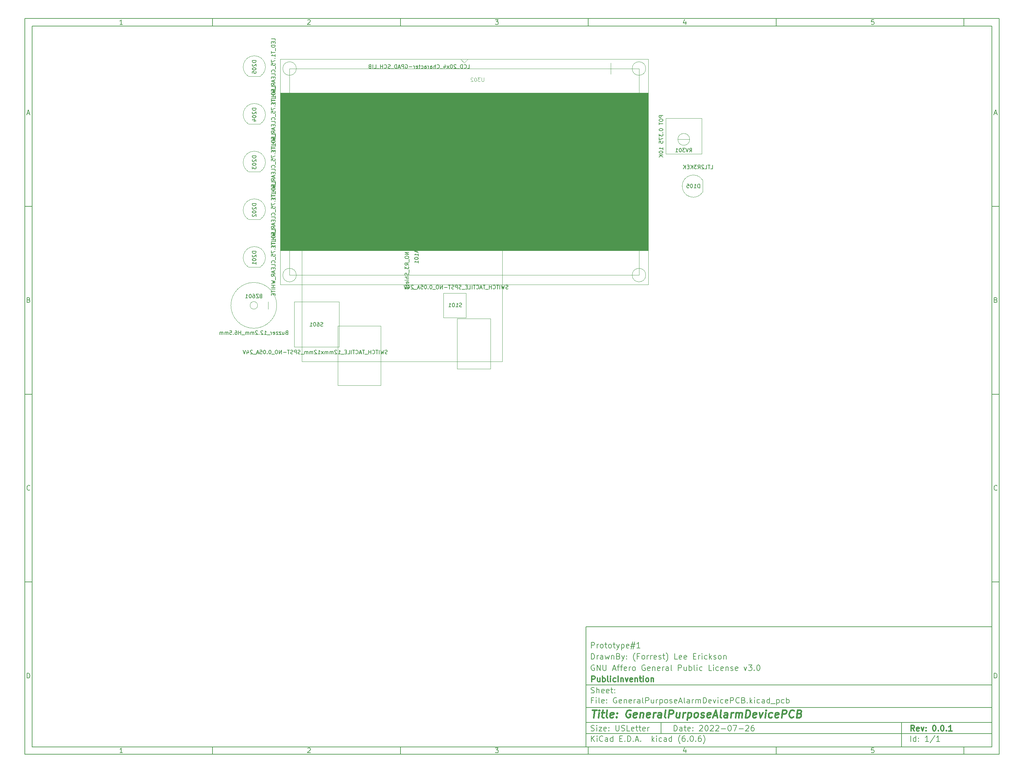
<source format=gbr>
%TF.GenerationSoftware,KiCad,Pcbnew,(6.0.6)*%
%TF.CreationDate,2022-08-04T15:50:23-04:00*%
%TF.ProjectId,GeneralPurposeAlarmDevicePCB,47656e65-7261-46c5-9075-72706f736541,0.0.1*%
%TF.SameCoordinates,Original*%
%TF.FileFunction,AssemblyDrawing,Bot*%
%FSLAX46Y46*%
G04 Gerber Fmt 4.6, Leading zero omitted, Abs format (unit mm)*
G04 Created by KiCad (PCBNEW (6.0.6)) date 2022-08-04 15:50:23*
%MOMM*%
%LPD*%
G01*
G04 APERTURE LIST*
%ADD10C,0.100000*%
%ADD11C,0.150000*%
%ADD12C,0.300000*%
%ADD13C,0.400000*%
%ADD14C,0.120000*%
G04 APERTURE END LIST*
D10*
D11*
X159400000Y-171900000D02*
X159400000Y-203900000D01*
X267400000Y-203900000D01*
X267400000Y-171900000D01*
X159400000Y-171900000D01*
D10*
D11*
X10000000Y-10000000D02*
X10000000Y-205900000D01*
X269400000Y-205900000D01*
X269400000Y-10000000D01*
X10000000Y-10000000D01*
D10*
D11*
X12000000Y-12000000D02*
X12000000Y-203900000D01*
X267400000Y-203900000D01*
X267400000Y-12000000D01*
X12000000Y-12000000D01*
D10*
D11*
X60000000Y-12000000D02*
X60000000Y-10000000D01*
D10*
D11*
X110000000Y-12000000D02*
X110000000Y-10000000D01*
D10*
D11*
X160000000Y-12000000D02*
X160000000Y-10000000D01*
D10*
D11*
X210000000Y-12000000D02*
X210000000Y-10000000D01*
D10*
D11*
X260000000Y-12000000D02*
X260000000Y-10000000D01*
D10*
D11*
X36065476Y-11588095D02*
X35322619Y-11588095D01*
X35694047Y-11588095D02*
X35694047Y-10288095D01*
X35570238Y-10473809D01*
X35446428Y-10597619D01*
X35322619Y-10659523D01*
D10*
D11*
X85322619Y-10411904D02*
X85384523Y-10350000D01*
X85508333Y-10288095D01*
X85817857Y-10288095D01*
X85941666Y-10350000D01*
X86003571Y-10411904D01*
X86065476Y-10535714D01*
X86065476Y-10659523D01*
X86003571Y-10845238D01*
X85260714Y-11588095D01*
X86065476Y-11588095D01*
D10*
D11*
X135260714Y-10288095D02*
X136065476Y-10288095D01*
X135632142Y-10783333D01*
X135817857Y-10783333D01*
X135941666Y-10845238D01*
X136003571Y-10907142D01*
X136065476Y-11030952D01*
X136065476Y-11340476D01*
X136003571Y-11464285D01*
X135941666Y-11526190D01*
X135817857Y-11588095D01*
X135446428Y-11588095D01*
X135322619Y-11526190D01*
X135260714Y-11464285D01*
D10*
D11*
X185941666Y-10721428D02*
X185941666Y-11588095D01*
X185632142Y-10226190D02*
X185322619Y-11154761D01*
X186127380Y-11154761D01*
D10*
D11*
X236003571Y-10288095D02*
X235384523Y-10288095D01*
X235322619Y-10907142D01*
X235384523Y-10845238D01*
X235508333Y-10783333D01*
X235817857Y-10783333D01*
X235941666Y-10845238D01*
X236003571Y-10907142D01*
X236065476Y-11030952D01*
X236065476Y-11340476D01*
X236003571Y-11464285D01*
X235941666Y-11526190D01*
X235817857Y-11588095D01*
X235508333Y-11588095D01*
X235384523Y-11526190D01*
X235322619Y-11464285D01*
D10*
D11*
X60000000Y-203900000D02*
X60000000Y-205900000D01*
D10*
D11*
X110000000Y-203900000D02*
X110000000Y-205900000D01*
D10*
D11*
X160000000Y-203900000D02*
X160000000Y-205900000D01*
D10*
D11*
X210000000Y-203900000D02*
X210000000Y-205900000D01*
D10*
D11*
X260000000Y-203900000D02*
X260000000Y-205900000D01*
D10*
D11*
X36065476Y-205488095D02*
X35322619Y-205488095D01*
X35694047Y-205488095D02*
X35694047Y-204188095D01*
X35570238Y-204373809D01*
X35446428Y-204497619D01*
X35322619Y-204559523D01*
D10*
D11*
X85322619Y-204311904D02*
X85384523Y-204250000D01*
X85508333Y-204188095D01*
X85817857Y-204188095D01*
X85941666Y-204250000D01*
X86003571Y-204311904D01*
X86065476Y-204435714D01*
X86065476Y-204559523D01*
X86003571Y-204745238D01*
X85260714Y-205488095D01*
X86065476Y-205488095D01*
D10*
D11*
X135260714Y-204188095D02*
X136065476Y-204188095D01*
X135632142Y-204683333D01*
X135817857Y-204683333D01*
X135941666Y-204745238D01*
X136003571Y-204807142D01*
X136065476Y-204930952D01*
X136065476Y-205240476D01*
X136003571Y-205364285D01*
X135941666Y-205426190D01*
X135817857Y-205488095D01*
X135446428Y-205488095D01*
X135322619Y-205426190D01*
X135260714Y-205364285D01*
D10*
D11*
X185941666Y-204621428D02*
X185941666Y-205488095D01*
X185632142Y-204126190D02*
X185322619Y-205054761D01*
X186127380Y-205054761D01*
D10*
D11*
X236003571Y-204188095D02*
X235384523Y-204188095D01*
X235322619Y-204807142D01*
X235384523Y-204745238D01*
X235508333Y-204683333D01*
X235817857Y-204683333D01*
X235941666Y-204745238D01*
X236003571Y-204807142D01*
X236065476Y-204930952D01*
X236065476Y-205240476D01*
X236003571Y-205364285D01*
X235941666Y-205426190D01*
X235817857Y-205488095D01*
X235508333Y-205488095D01*
X235384523Y-205426190D01*
X235322619Y-205364285D01*
D10*
D11*
X10000000Y-60000000D02*
X12000000Y-60000000D01*
D10*
D11*
X10000000Y-110000000D02*
X12000000Y-110000000D01*
D10*
D11*
X10000000Y-160000000D02*
X12000000Y-160000000D01*
D10*
D11*
X10690476Y-35216666D02*
X11309523Y-35216666D01*
X10566666Y-35588095D02*
X11000000Y-34288095D01*
X11433333Y-35588095D01*
D10*
D11*
X11092857Y-84907142D02*
X11278571Y-84969047D01*
X11340476Y-85030952D01*
X11402380Y-85154761D01*
X11402380Y-85340476D01*
X11340476Y-85464285D01*
X11278571Y-85526190D01*
X11154761Y-85588095D01*
X10659523Y-85588095D01*
X10659523Y-84288095D01*
X11092857Y-84288095D01*
X11216666Y-84350000D01*
X11278571Y-84411904D01*
X11340476Y-84535714D01*
X11340476Y-84659523D01*
X11278571Y-84783333D01*
X11216666Y-84845238D01*
X11092857Y-84907142D01*
X10659523Y-84907142D01*
D10*
D11*
X11402380Y-135464285D02*
X11340476Y-135526190D01*
X11154761Y-135588095D01*
X11030952Y-135588095D01*
X10845238Y-135526190D01*
X10721428Y-135402380D01*
X10659523Y-135278571D01*
X10597619Y-135030952D01*
X10597619Y-134845238D01*
X10659523Y-134597619D01*
X10721428Y-134473809D01*
X10845238Y-134350000D01*
X11030952Y-134288095D01*
X11154761Y-134288095D01*
X11340476Y-134350000D01*
X11402380Y-134411904D01*
D10*
D11*
X10659523Y-185588095D02*
X10659523Y-184288095D01*
X10969047Y-184288095D01*
X11154761Y-184350000D01*
X11278571Y-184473809D01*
X11340476Y-184597619D01*
X11402380Y-184845238D01*
X11402380Y-185030952D01*
X11340476Y-185278571D01*
X11278571Y-185402380D01*
X11154761Y-185526190D01*
X10969047Y-185588095D01*
X10659523Y-185588095D01*
D10*
D11*
X269400000Y-60000000D02*
X267400000Y-60000000D01*
D10*
D11*
X269400000Y-110000000D02*
X267400000Y-110000000D01*
D10*
D11*
X269400000Y-160000000D02*
X267400000Y-160000000D01*
D10*
D11*
X268090476Y-35216666D02*
X268709523Y-35216666D01*
X267966666Y-35588095D02*
X268400000Y-34288095D01*
X268833333Y-35588095D01*
D10*
D11*
X268492857Y-84907142D02*
X268678571Y-84969047D01*
X268740476Y-85030952D01*
X268802380Y-85154761D01*
X268802380Y-85340476D01*
X268740476Y-85464285D01*
X268678571Y-85526190D01*
X268554761Y-85588095D01*
X268059523Y-85588095D01*
X268059523Y-84288095D01*
X268492857Y-84288095D01*
X268616666Y-84350000D01*
X268678571Y-84411904D01*
X268740476Y-84535714D01*
X268740476Y-84659523D01*
X268678571Y-84783333D01*
X268616666Y-84845238D01*
X268492857Y-84907142D01*
X268059523Y-84907142D01*
D10*
D11*
X268802380Y-135464285D02*
X268740476Y-135526190D01*
X268554761Y-135588095D01*
X268430952Y-135588095D01*
X268245238Y-135526190D01*
X268121428Y-135402380D01*
X268059523Y-135278571D01*
X267997619Y-135030952D01*
X267997619Y-134845238D01*
X268059523Y-134597619D01*
X268121428Y-134473809D01*
X268245238Y-134350000D01*
X268430952Y-134288095D01*
X268554761Y-134288095D01*
X268740476Y-134350000D01*
X268802380Y-134411904D01*
D10*
D11*
X268059523Y-185588095D02*
X268059523Y-184288095D01*
X268369047Y-184288095D01*
X268554761Y-184350000D01*
X268678571Y-184473809D01*
X268740476Y-184597619D01*
X268802380Y-184845238D01*
X268802380Y-185030952D01*
X268740476Y-185278571D01*
X268678571Y-185402380D01*
X268554761Y-185526190D01*
X268369047Y-185588095D01*
X268059523Y-185588095D01*
D10*
D11*
X182832142Y-199678571D02*
X182832142Y-198178571D01*
X183189285Y-198178571D01*
X183403571Y-198250000D01*
X183546428Y-198392857D01*
X183617857Y-198535714D01*
X183689285Y-198821428D01*
X183689285Y-199035714D01*
X183617857Y-199321428D01*
X183546428Y-199464285D01*
X183403571Y-199607142D01*
X183189285Y-199678571D01*
X182832142Y-199678571D01*
X184975000Y-199678571D02*
X184975000Y-198892857D01*
X184903571Y-198750000D01*
X184760714Y-198678571D01*
X184475000Y-198678571D01*
X184332142Y-198750000D01*
X184975000Y-199607142D02*
X184832142Y-199678571D01*
X184475000Y-199678571D01*
X184332142Y-199607142D01*
X184260714Y-199464285D01*
X184260714Y-199321428D01*
X184332142Y-199178571D01*
X184475000Y-199107142D01*
X184832142Y-199107142D01*
X184975000Y-199035714D01*
X185475000Y-198678571D02*
X186046428Y-198678571D01*
X185689285Y-198178571D02*
X185689285Y-199464285D01*
X185760714Y-199607142D01*
X185903571Y-199678571D01*
X186046428Y-199678571D01*
X187117857Y-199607142D02*
X186975000Y-199678571D01*
X186689285Y-199678571D01*
X186546428Y-199607142D01*
X186475000Y-199464285D01*
X186475000Y-198892857D01*
X186546428Y-198750000D01*
X186689285Y-198678571D01*
X186975000Y-198678571D01*
X187117857Y-198750000D01*
X187189285Y-198892857D01*
X187189285Y-199035714D01*
X186475000Y-199178571D01*
X187832142Y-199535714D02*
X187903571Y-199607142D01*
X187832142Y-199678571D01*
X187760714Y-199607142D01*
X187832142Y-199535714D01*
X187832142Y-199678571D01*
X187832142Y-198750000D02*
X187903571Y-198821428D01*
X187832142Y-198892857D01*
X187760714Y-198821428D01*
X187832142Y-198750000D01*
X187832142Y-198892857D01*
X189617857Y-198321428D02*
X189689285Y-198250000D01*
X189832142Y-198178571D01*
X190189285Y-198178571D01*
X190332142Y-198250000D01*
X190403571Y-198321428D01*
X190475000Y-198464285D01*
X190475000Y-198607142D01*
X190403571Y-198821428D01*
X189546428Y-199678571D01*
X190475000Y-199678571D01*
X191403571Y-198178571D02*
X191546428Y-198178571D01*
X191689285Y-198250000D01*
X191760714Y-198321428D01*
X191832142Y-198464285D01*
X191903571Y-198750000D01*
X191903571Y-199107142D01*
X191832142Y-199392857D01*
X191760714Y-199535714D01*
X191689285Y-199607142D01*
X191546428Y-199678571D01*
X191403571Y-199678571D01*
X191260714Y-199607142D01*
X191189285Y-199535714D01*
X191117857Y-199392857D01*
X191046428Y-199107142D01*
X191046428Y-198750000D01*
X191117857Y-198464285D01*
X191189285Y-198321428D01*
X191260714Y-198250000D01*
X191403571Y-198178571D01*
X192475000Y-198321428D02*
X192546428Y-198250000D01*
X192689285Y-198178571D01*
X193046428Y-198178571D01*
X193189285Y-198250000D01*
X193260714Y-198321428D01*
X193332142Y-198464285D01*
X193332142Y-198607142D01*
X193260714Y-198821428D01*
X192403571Y-199678571D01*
X193332142Y-199678571D01*
X193903571Y-198321428D02*
X193975000Y-198250000D01*
X194117857Y-198178571D01*
X194475000Y-198178571D01*
X194617857Y-198250000D01*
X194689285Y-198321428D01*
X194760714Y-198464285D01*
X194760714Y-198607142D01*
X194689285Y-198821428D01*
X193832142Y-199678571D01*
X194760714Y-199678571D01*
X195403571Y-199107142D02*
X196546428Y-199107142D01*
X197546428Y-198178571D02*
X197689285Y-198178571D01*
X197832142Y-198250000D01*
X197903571Y-198321428D01*
X197975000Y-198464285D01*
X198046428Y-198750000D01*
X198046428Y-199107142D01*
X197975000Y-199392857D01*
X197903571Y-199535714D01*
X197832142Y-199607142D01*
X197689285Y-199678571D01*
X197546428Y-199678571D01*
X197403571Y-199607142D01*
X197332142Y-199535714D01*
X197260714Y-199392857D01*
X197189285Y-199107142D01*
X197189285Y-198750000D01*
X197260714Y-198464285D01*
X197332142Y-198321428D01*
X197403571Y-198250000D01*
X197546428Y-198178571D01*
X198546428Y-198178571D02*
X199546428Y-198178571D01*
X198903571Y-199678571D01*
X200117857Y-199107142D02*
X201260714Y-199107142D01*
X201903571Y-198321428D02*
X201975000Y-198250000D01*
X202117857Y-198178571D01*
X202475000Y-198178571D01*
X202617857Y-198250000D01*
X202689285Y-198321428D01*
X202760714Y-198464285D01*
X202760714Y-198607142D01*
X202689285Y-198821428D01*
X201832142Y-199678571D01*
X202760714Y-199678571D01*
X204046428Y-198178571D02*
X203760714Y-198178571D01*
X203617857Y-198250000D01*
X203546428Y-198321428D01*
X203403571Y-198535714D01*
X203332142Y-198821428D01*
X203332142Y-199392857D01*
X203403571Y-199535714D01*
X203475000Y-199607142D01*
X203617857Y-199678571D01*
X203903571Y-199678571D01*
X204046428Y-199607142D01*
X204117857Y-199535714D01*
X204189285Y-199392857D01*
X204189285Y-199035714D01*
X204117857Y-198892857D01*
X204046428Y-198821428D01*
X203903571Y-198750000D01*
X203617857Y-198750000D01*
X203475000Y-198821428D01*
X203403571Y-198892857D01*
X203332142Y-199035714D01*
D10*
D11*
X159400000Y-200400000D02*
X267400000Y-200400000D01*
D10*
D11*
X160832142Y-202478571D02*
X160832142Y-200978571D01*
X161689285Y-202478571D02*
X161046428Y-201621428D01*
X161689285Y-200978571D02*
X160832142Y-201835714D01*
X162332142Y-202478571D02*
X162332142Y-201478571D01*
X162332142Y-200978571D02*
X162260714Y-201050000D01*
X162332142Y-201121428D01*
X162403571Y-201050000D01*
X162332142Y-200978571D01*
X162332142Y-201121428D01*
X163903571Y-202335714D02*
X163832142Y-202407142D01*
X163617857Y-202478571D01*
X163475000Y-202478571D01*
X163260714Y-202407142D01*
X163117857Y-202264285D01*
X163046428Y-202121428D01*
X162975000Y-201835714D01*
X162975000Y-201621428D01*
X163046428Y-201335714D01*
X163117857Y-201192857D01*
X163260714Y-201050000D01*
X163475000Y-200978571D01*
X163617857Y-200978571D01*
X163832142Y-201050000D01*
X163903571Y-201121428D01*
X165189285Y-202478571D02*
X165189285Y-201692857D01*
X165117857Y-201550000D01*
X164975000Y-201478571D01*
X164689285Y-201478571D01*
X164546428Y-201550000D01*
X165189285Y-202407142D02*
X165046428Y-202478571D01*
X164689285Y-202478571D01*
X164546428Y-202407142D01*
X164475000Y-202264285D01*
X164475000Y-202121428D01*
X164546428Y-201978571D01*
X164689285Y-201907142D01*
X165046428Y-201907142D01*
X165189285Y-201835714D01*
X166546428Y-202478571D02*
X166546428Y-200978571D01*
X166546428Y-202407142D02*
X166403571Y-202478571D01*
X166117857Y-202478571D01*
X165975000Y-202407142D01*
X165903571Y-202335714D01*
X165832142Y-202192857D01*
X165832142Y-201764285D01*
X165903571Y-201621428D01*
X165975000Y-201550000D01*
X166117857Y-201478571D01*
X166403571Y-201478571D01*
X166546428Y-201550000D01*
X168403571Y-201692857D02*
X168903571Y-201692857D01*
X169117857Y-202478571D02*
X168403571Y-202478571D01*
X168403571Y-200978571D01*
X169117857Y-200978571D01*
X169760714Y-202335714D02*
X169832142Y-202407142D01*
X169760714Y-202478571D01*
X169689285Y-202407142D01*
X169760714Y-202335714D01*
X169760714Y-202478571D01*
X170475000Y-202478571D02*
X170475000Y-200978571D01*
X170832142Y-200978571D01*
X171046428Y-201050000D01*
X171189285Y-201192857D01*
X171260714Y-201335714D01*
X171332142Y-201621428D01*
X171332142Y-201835714D01*
X171260714Y-202121428D01*
X171189285Y-202264285D01*
X171046428Y-202407142D01*
X170832142Y-202478571D01*
X170475000Y-202478571D01*
X171975000Y-202335714D02*
X172046428Y-202407142D01*
X171975000Y-202478571D01*
X171903571Y-202407142D01*
X171975000Y-202335714D01*
X171975000Y-202478571D01*
X172617857Y-202050000D02*
X173332142Y-202050000D01*
X172475000Y-202478571D02*
X172975000Y-200978571D01*
X173475000Y-202478571D01*
X173975000Y-202335714D02*
X174046428Y-202407142D01*
X173975000Y-202478571D01*
X173903571Y-202407142D01*
X173975000Y-202335714D01*
X173975000Y-202478571D01*
X176975000Y-202478571D02*
X176975000Y-200978571D01*
X177117857Y-201907142D02*
X177546428Y-202478571D01*
X177546428Y-201478571D02*
X176975000Y-202050000D01*
X178189285Y-202478571D02*
X178189285Y-201478571D01*
X178189285Y-200978571D02*
X178117857Y-201050000D01*
X178189285Y-201121428D01*
X178260714Y-201050000D01*
X178189285Y-200978571D01*
X178189285Y-201121428D01*
X179546428Y-202407142D02*
X179403571Y-202478571D01*
X179117857Y-202478571D01*
X178975000Y-202407142D01*
X178903571Y-202335714D01*
X178832142Y-202192857D01*
X178832142Y-201764285D01*
X178903571Y-201621428D01*
X178975000Y-201550000D01*
X179117857Y-201478571D01*
X179403571Y-201478571D01*
X179546428Y-201550000D01*
X180832142Y-202478571D02*
X180832142Y-201692857D01*
X180760714Y-201550000D01*
X180617857Y-201478571D01*
X180332142Y-201478571D01*
X180189285Y-201550000D01*
X180832142Y-202407142D02*
X180689285Y-202478571D01*
X180332142Y-202478571D01*
X180189285Y-202407142D01*
X180117857Y-202264285D01*
X180117857Y-202121428D01*
X180189285Y-201978571D01*
X180332142Y-201907142D01*
X180689285Y-201907142D01*
X180832142Y-201835714D01*
X182189285Y-202478571D02*
X182189285Y-200978571D01*
X182189285Y-202407142D02*
X182046428Y-202478571D01*
X181760714Y-202478571D01*
X181617857Y-202407142D01*
X181546428Y-202335714D01*
X181475000Y-202192857D01*
X181475000Y-201764285D01*
X181546428Y-201621428D01*
X181617857Y-201550000D01*
X181760714Y-201478571D01*
X182046428Y-201478571D01*
X182189285Y-201550000D01*
X184475000Y-203050000D02*
X184403571Y-202978571D01*
X184260714Y-202764285D01*
X184189285Y-202621428D01*
X184117857Y-202407142D01*
X184046428Y-202050000D01*
X184046428Y-201764285D01*
X184117857Y-201407142D01*
X184189285Y-201192857D01*
X184260714Y-201050000D01*
X184403571Y-200835714D01*
X184475000Y-200764285D01*
X185689285Y-200978571D02*
X185403571Y-200978571D01*
X185260714Y-201050000D01*
X185189285Y-201121428D01*
X185046428Y-201335714D01*
X184975000Y-201621428D01*
X184975000Y-202192857D01*
X185046428Y-202335714D01*
X185117857Y-202407142D01*
X185260714Y-202478571D01*
X185546428Y-202478571D01*
X185689285Y-202407142D01*
X185760714Y-202335714D01*
X185832142Y-202192857D01*
X185832142Y-201835714D01*
X185760714Y-201692857D01*
X185689285Y-201621428D01*
X185546428Y-201550000D01*
X185260714Y-201550000D01*
X185117857Y-201621428D01*
X185046428Y-201692857D01*
X184975000Y-201835714D01*
X186475000Y-202335714D02*
X186546428Y-202407142D01*
X186475000Y-202478571D01*
X186403571Y-202407142D01*
X186475000Y-202335714D01*
X186475000Y-202478571D01*
X187475000Y-200978571D02*
X187617857Y-200978571D01*
X187760714Y-201050000D01*
X187832142Y-201121428D01*
X187903571Y-201264285D01*
X187975000Y-201550000D01*
X187975000Y-201907142D01*
X187903571Y-202192857D01*
X187832142Y-202335714D01*
X187760714Y-202407142D01*
X187617857Y-202478571D01*
X187475000Y-202478571D01*
X187332142Y-202407142D01*
X187260714Y-202335714D01*
X187189285Y-202192857D01*
X187117857Y-201907142D01*
X187117857Y-201550000D01*
X187189285Y-201264285D01*
X187260714Y-201121428D01*
X187332142Y-201050000D01*
X187475000Y-200978571D01*
X188617857Y-202335714D02*
X188689285Y-202407142D01*
X188617857Y-202478571D01*
X188546428Y-202407142D01*
X188617857Y-202335714D01*
X188617857Y-202478571D01*
X189975000Y-200978571D02*
X189689285Y-200978571D01*
X189546428Y-201050000D01*
X189475000Y-201121428D01*
X189332142Y-201335714D01*
X189260714Y-201621428D01*
X189260714Y-202192857D01*
X189332142Y-202335714D01*
X189403571Y-202407142D01*
X189546428Y-202478571D01*
X189832142Y-202478571D01*
X189975000Y-202407142D01*
X190046428Y-202335714D01*
X190117857Y-202192857D01*
X190117857Y-201835714D01*
X190046428Y-201692857D01*
X189975000Y-201621428D01*
X189832142Y-201550000D01*
X189546428Y-201550000D01*
X189403571Y-201621428D01*
X189332142Y-201692857D01*
X189260714Y-201835714D01*
X190617857Y-203050000D02*
X190689285Y-202978571D01*
X190832142Y-202764285D01*
X190903571Y-202621428D01*
X190975000Y-202407142D01*
X191046428Y-202050000D01*
X191046428Y-201764285D01*
X190975000Y-201407142D01*
X190903571Y-201192857D01*
X190832142Y-201050000D01*
X190689285Y-200835714D01*
X190617857Y-200764285D01*
D10*
D11*
X159400000Y-197400000D02*
X267400000Y-197400000D01*
D10*
D12*
X246809285Y-199678571D02*
X246309285Y-198964285D01*
X245952142Y-199678571D02*
X245952142Y-198178571D01*
X246523571Y-198178571D01*
X246666428Y-198250000D01*
X246737857Y-198321428D01*
X246809285Y-198464285D01*
X246809285Y-198678571D01*
X246737857Y-198821428D01*
X246666428Y-198892857D01*
X246523571Y-198964285D01*
X245952142Y-198964285D01*
X248023571Y-199607142D02*
X247880714Y-199678571D01*
X247595000Y-199678571D01*
X247452142Y-199607142D01*
X247380714Y-199464285D01*
X247380714Y-198892857D01*
X247452142Y-198750000D01*
X247595000Y-198678571D01*
X247880714Y-198678571D01*
X248023571Y-198750000D01*
X248095000Y-198892857D01*
X248095000Y-199035714D01*
X247380714Y-199178571D01*
X248595000Y-198678571D02*
X248952142Y-199678571D01*
X249309285Y-198678571D01*
X249880714Y-199535714D02*
X249952142Y-199607142D01*
X249880714Y-199678571D01*
X249809285Y-199607142D01*
X249880714Y-199535714D01*
X249880714Y-199678571D01*
X249880714Y-198750000D02*
X249952142Y-198821428D01*
X249880714Y-198892857D01*
X249809285Y-198821428D01*
X249880714Y-198750000D01*
X249880714Y-198892857D01*
X252023571Y-198178571D02*
X252166428Y-198178571D01*
X252309285Y-198250000D01*
X252380714Y-198321428D01*
X252452142Y-198464285D01*
X252523571Y-198750000D01*
X252523571Y-199107142D01*
X252452142Y-199392857D01*
X252380714Y-199535714D01*
X252309285Y-199607142D01*
X252166428Y-199678571D01*
X252023571Y-199678571D01*
X251880714Y-199607142D01*
X251809285Y-199535714D01*
X251737857Y-199392857D01*
X251666428Y-199107142D01*
X251666428Y-198750000D01*
X251737857Y-198464285D01*
X251809285Y-198321428D01*
X251880714Y-198250000D01*
X252023571Y-198178571D01*
X253166428Y-199535714D02*
X253237857Y-199607142D01*
X253166428Y-199678571D01*
X253095000Y-199607142D01*
X253166428Y-199535714D01*
X253166428Y-199678571D01*
X254166428Y-198178571D02*
X254309285Y-198178571D01*
X254452142Y-198250000D01*
X254523571Y-198321428D01*
X254595000Y-198464285D01*
X254666428Y-198750000D01*
X254666428Y-199107142D01*
X254595000Y-199392857D01*
X254523571Y-199535714D01*
X254452142Y-199607142D01*
X254309285Y-199678571D01*
X254166428Y-199678571D01*
X254023571Y-199607142D01*
X253952142Y-199535714D01*
X253880714Y-199392857D01*
X253809285Y-199107142D01*
X253809285Y-198750000D01*
X253880714Y-198464285D01*
X253952142Y-198321428D01*
X254023571Y-198250000D01*
X254166428Y-198178571D01*
X255309285Y-199535714D02*
X255380714Y-199607142D01*
X255309285Y-199678571D01*
X255237857Y-199607142D01*
X255309285Y-199535714D01*
X255309285Y-199678571D01*
X256809285Y-199678571D02*
X255952142Y-199678571D01*
X256380714Y-199678571D02*
X256380714Y-198178571D01*
X256237857Y-198392857D01*
X256095000Y-198535714D01*
X255952142Y-198607142D01*
D10*
D11*
X160760714Y-199607142D02*
X160975000Y-199678571D01*
X161332142Y-199678571D01*
X161475000Y-199607142D01*
X161546428Y-199535714D01*
X161617857Y-199392857D01*
X161617857Y-199250000D01*
X161546428Y-199107142D01*
X161475000Y-199035714D01*
X161332142Y-198964285D01*
X161046428Y-198892857D01*
X160903571Y-198821428D01*
X160832142Y-198750000D01*
X160760714Y-198607142D01*
X160760714Y-198464285D01*
X160832142Y-198321428D01*
X160903571Y-198250000D01*
X161046428Y-198178571D01*
X161403571Y-198178571D01*
X161617857Y-198250000D01*
X162260714Y-199678571D02*
X162260714Y-198678571D01*
X162260714Y-198178571D02*
X162189285Y-198250000D01*
X162260714Y-198321428D01*
X162332142Y-198250000D01*
X162260714Y-198178571D01*
X162260714Y-198321428D01*
X162832142Y-198678571D02*
X163617857Y-198678571D01*
X162832142Y-199678571D01*
X163617857Y-199678571D01*
X164760714Y-199607142D02*
X164617857Y-199678571D01*
X164332142Y-199678571D01*
X164189285Y-199607142D01*
X164117857Y-199464285D01*
X164117857Y-198892857D01*
X164189285Y-198750000D01*
X164332142Y-198678571D01*
X164617857Y-198678571D01*
X164760714Y-198750000D01*
X164832142Y-198892857D01*
X164832142Y-199035714D01*
X164117857Y-199178571D01*
X165475000Y-199535714D02*
X165546428Y-199607142D01*
X165475000Y-199678571D01*
X165403571Y-199607142D01*
X165475000Y-199535714D01*
X165475000Y-199678571D01*
X165475000Y-198750000D02*
X165546428Y-198821428D01*
X165475000Y-198892857D01*
X165403571Y-198821428D01*
X165475000Y-198750000D01*
X165475000Y-198892857D01*
X167332142Y-198178571D02*
X167332142Y-199392857D01*
X167403571Y-199535714D01*
X167475000Y-199607142D01*
X167617857Y-199678571D01*
X167903571Y-199678571D01*
X168046428Y-199607142D01*
X168117857Y-199535714D01*
X168189285Y-199392857D01*
X168189285Y-198178571D01*
X168832142Y-199607142D02*
X169046428Y-199678571D01*
X169403571Y-199678571D01*
X169546428Y-199607142D01*
X169617857Y-199535714D01*
X169689285Y-199392857D01*
X169689285Y-199250000D01*
X169617857Y-199107142D01*
X169546428Y-199035714D01*
X169403571Y-198964285D01*
X169117857Y-198892857D01*
X168975000Y-198821428D01*
X168903571Y-198750000D01*
X168832142Y-198607142D01*
X168832142Y-198464285D01*
X168903571Y-198321428D01*
X168975000Y-198250000D01*
X169117857Y-198178571D01*
X169475000Y-198178571D01*
X169689285Y-198250000D01*
X171046428Y-199678571D02*
X170332142Y-199678571D01*
X170332142Y-198178571D01*
X172117857Y-199607142D02*
X171975000Y-199678571D01*
X171689285Y-199678571D01*
X171546428Y-199607142D01*
X171475000Y-199464285D01*
X171475000Y-198892857D01*
X171546428Y-198750000D01*
X171689285Y-198678571D01*
X171975000Y-198678571D01*
X172117857Y-198750000D01*
X172189285Y-198892857D01*
X172189285Y-199035714D01*
X171475000Y-199178571D01*
X172617857Y-198678571D02*
X173189285Y-198678571D01*
X172832142Y-198178571D02*
X172832142Y-199464285D01*
X172903571Y-199607142D01*
X173046428Y-199678571D01*
X173189285Y-199678571D01*
X173475000Y-198678571D02*
X174046428Y-198678571D01*
X173689285Y-198178571D02*
X173689285Y-199464285D01*
X173760714Y-199607142D01*
X173903571Y-199678571D01*
X174046428Y-199678571D01*
X175117857Y-199607142D02*
X174975000Y-199678571D01*
X174689285Y-199678571D01*
X174546428Y-199607142D01*
X174475000Y-199464285D01*
X174475000Y-198892857D01*
X174546428Y-198750000D01*
X174689285Y-198678571D01*
X174975000Y-198678571D01*
X175117857Y-198750000D01*
X175189285Y-198892857D01*
X175189285Y-199035714D01*
X174475000Y-199178571D01*
X175832142Y-199678571D02*
X175832142Y-198678571D01*
X175832142Y-198964285D02*
X175903571Y-198821428D01*
X175975000Y-198750000D01*
X176117857Y-198678571D01*
X176260714Y-198678571D01*
D10*
D11*
X245832142Y-202478571D02*
X245832142Y-200978571D01*
X247189285Y-202478571D02*
X247189285Y-200978571D01*
X247189285Y-202407142D02*
X247046428Y-202478571D01*
X246760714Y-202478571D01*
X246617857Y-202407142D01*
X246546428Y-202335714D01*
X246475000Y-202192857D01*
X246475000Y-201764285D01*
X246546428Y-201621428D01*
X246617857Y-201550000D01*
X246760714Y-201478571D01*
X247046428Y-201478571D01*
X247189285Y-201550000D01*
X247903571Y-202335714D02*
X247975000Y-202407142D01*
X247903571Y-202478571D01*
X247832142Y-202407142D01*
X247903571Y-202335714D01*
X247903571Y-202478571D01*
X247903571Y-201550000D02*
X247975000Y-201621428D01*
X247903571Y-201692857D01*
X247832142Y-201621428D01*
X247903571Y-201550000D01*
X247903571Y-201692857D01*
X250546428Y-202478571D02*
X249689285Y-202478571D01*
X250117857Y-202478571D02*
X250117857Y-200978571D01*
X249975000Y-201192857D01*
X249832142Y-201335714D01*
X249689285Y-201407142D01*
X252260714Y-200907142D02*
X250975000Y-202835714D01*
X253546428Y-202478571D02*
X252689285Y-202478571D01*
X253117857Y-202478571D02*
X253117857Y-200978571D01*
X252975000Y-201192857D01*
X252832142Y-201335714D01*
X252689285Y-201407142D01*
D10*
D11*
X159400000Y-193400000D02*
X267400000Y-193400000D01*
D10*
D13*
X161112380Y-194104761D02*
X162255238Y-194104761D01*
X161433809Y-196104761D02*
X161683809Y-194104761D01*
X162671904Y-196104761D02*
X162838571Y-194771428D01*
X162921904Y-194104761D02*
X162814761Y-194200000D01*
X162898095Y-194295238D01*
X163005238Y-194200000D01*
X162921904Y-194104761D01*
X162898095Y-194295238D01*
X163505238Y-194771428D02*
X164267142Y-194771428D01*
X163874285Y-194104761D02*
X163660000Y-195819047D01*
X163731428Y-196009523D01*
X163910000Y-196104761D01*
X164100476Y-196104761D01*
X165052857Y-196104761D02*
X164874285Y-196009523D01*
X164802857Y-195819047D01*
X165017142Y-194104761D01*
X166588571Y-196009523D02*
X166386190Y-196104761D01*
X166005238Y-196104761D01*
X165826666Y-196009523D01*
X165755238Y-195819047D01*
X165850476Y-195057142D01*
X165969523Y-194866666D01*
X166171904Y-194771428D01*
X166552857Y-194771428D01*
X166731428Y-194866666D01*
X166802857Y-195057142D01*
X166779047Y-195247619D01*
X165802857Y-195438095D01*
X167552857Y-195914285D02*
X167636190Y-196009523D01*
X167529047Y-196104761D01*
X167445714Y-196009523D01*
X167552857Y-195914285D01*
X167529047Y-196104761D01*
X167683809Y-194866666D02*
X167767142Y-194961904D01*
X167660000Y-195057142D01*
X167576666Y-194961904D01*
X167683809Y-194866666D01*
X167660000Y-195057142D01*
X171290952Y-194200000D02*
X171112380Y-194104761D01*
X170826666Y-194104761D01*
X170529047Y-194200000D01*
X170314761Y-194390476D01*
X170195714Y-194580952D01*
X170052857Y-194961904D01*
X170017142Y-195247619D01*
X170064761Y-195628571D01*
X170136190Y-195819047D01*
X170302857Y-196009523D01*
X170576666Y-196104761D01*
X170767142Y-196104761D01*
X171064761Y-196009523D01*
X171171904Y-195914285D01*
X171255238Y-195247619D01*
X170874285Y-195247619D01*
X172779047Y-196009523D02*
X172576666Y-196104761D01*
X172195714Y-196104761D01*
X172017142Y-196009523D01*
X171945714Y-195819047D01*
X172040952Y-195057142D01*
X172160000Y-194866666D01*
X172362380Y-194771428D01*
X172743333Y-194771428D01*
X172921904Y-194866666D01*
X172993333Y-195057142D01*
X172969523Y-195247619D01*
X171993333Y-195438095D01*
X173886190Y-194771428D02*
X173719523Y-196104761D01*
X173862380Y-194961904D02*
X173969523Y-194866666D01*
X174171904Y-194771428D01*
X174457619Y-194771428D01*
X174636190Y-194866666D01*
X174707619Y-195057142D01*
X174576666Y-196104761D01*
X176302857Y-196009523D02*
X176100476Y-196104761D01*
X175719523Y-196104761D01*
X175540952Y-196009523D01*
X175469523Y-195819047D01*
X175564761Y-195057142D01*
X175683809Y-194866666D01*
X175886190Y-194771428D01*
X176267142Y-194771428D01*
X176445714Y-194866666D01*
X176517142Y-195057142D01*
X176493333Y-195247619D01*
X175517142Y-195438095D01*
X177243333Y-196104761D02*
X177410000Y-194771428D01*
X177362380Y-195152380D02*
X177481428Y-194961904D01*
X177588571Y-194866666D01*
X177790952Y-194771428D01*
X177981428Y-194771428D01*
X179338571Y-196104761D02*
X179469523Y-195057142D01*
X179398095Y-194866666D01*
X179219523Y-194771428D01*
X178838571Y-194771428D01*
X178636190Y-194866666D01*
X179350476Y-196009523D02*
X179148095Y-196104761D01*
X178671904Y-196104761D01*
X178493333Y-196009523D01*
X178421904Y-195819047D01*
X178445714Y-195628571D01*
X178564761Y-195438095D01*
X178767142Y-195342857D01*
X179243333Y-195342857D01*
X179445714Y-195247619D01*
X180576666Y-196104761D02*
X180398095Y-196009523D01*
X180326666Y-195819047D01*
X180540952Y-194104761D01*
X181338571Y-196104761D02*
X181588571Y-194104761D01*
X182350476Y-194104761D01*
X182529047Y-194200000D01*
X182612380Y-194295238D01*
X182683809Y-194485714D01*
X182648095Y-194771428D01*
X182529047Y-194961904D01*
X182421904Y-195057142D01*
X182219523Y-195152380D01*
X181457619Y-195152380D01*
X184362380Y-194771428D02*
X184195714Y-196104761D01*
X183505238Y-194771428D02*
X183374285Y-195819047D01*
X183445714Y-196009523D01*
X183624285Y-196104761D01*
X183910000Y-196104761D01*
X184112380Y-196009523D01*
X184219523Y-195914285D01*
X185148095Y-196104761D02*
X185314761Y-194771428D01*
X185267142Y-195152380D02*
X185386190Y-194961904D01*
X185493333Y-194866666D01*
X185695714Y-194771428D01*
X185886190Y-194771428D01*
X186552857Y-194771428D02*
X186302857Y-196771428D01*
X186540952Y-194866666D02*
X186743333Y-194771428D01*
X187124285Y-194771428D01*
X187302857Y-194866666D01*
X187386190Y-194961904D01*
X187457619Y-195152380D01*
X187386190Y-195723809D01*
X187267142Y-195914285D01*
X187160000Y-196009523D01*
X186957619Y-196104761D01*
X186576666Y-196104761D01*
X186398095Y-196009523D01*
X188481428Y-196104761D02*
X188302857Y-196009523D01*
X188219523Y-195914285D01*
X188148095Y-195723809D01*
X188219523Y-195152380D01*
X188338571Y-194961904D01*
X188445714Y-194866666D01*
X188648095Y-194771428D01*
X188933809Y-194771428D01*
X189112380Y-194866666D01*
X189195714Y-194961904D01*
X189267142Y-195152380D01*
X189195714Y-195723809D01*
X189076666Y-195914285D01*
X188969523Y-196009523D01*
X188767142Y-196104761D01*
X188481428Y-196104761D01*
X189921904Y-196009523D02*
X190100476Y-196104761D01*
X190481428Y-196104761D01*
X190683809Y-196009523D01*
X190802857Y-195819047D01*
X190814761Y-195723809D01*
X190743333Y-195533333D01*
X190564761Y-195438095D01*
X190279047Y-195438095D01*
X190100476Y-195342857D01*
X190029047Y-195152380D01*
X190040952Y-195057142D01*
X190160000Y-194866666D01*
X190362380Y-194771428D01*
X190648095Y-194771428D01*
X190826666Y-194866666D01*
X192398095Y-196009523D02*
X192195714Y-196104761D01*
X191814761Y-196104761D01*
X191636190Y-196009523D01*
X191564761Y-195819047D01*
X191660000Y-195057142D01*
X191779047Y-194866666D01*
X191981428Y-194771428D01*
X192362380Y-194771428D01*
X192540952Y-194866666D01*
X192612380Y-195057142D01*
X192588571Y-195247619D01*
X191612380Y-195438095D01*
X193314761Y-195533333D02*
X194267142Y-195533333D01*
X193052857Y-196104761D02*
X193969523Y-194104761D01*
X194386190Y-196104761D01*
X195338571Y-196104761D02*
X195160000Y-196009523D01*
X195088571Y-195819047D01*
X195302857Y-194104761D01*
X196957619Y-196104761D02*
X197088571Y-195057142D01*
X197017142Y-194866666D01*
X196838571Y-194771428D01*
X196457619Y-194771428D01*
X196255238Y-194866666D01*
X196969523Y-196009523D02*
X196767142Y-196104761D01*
X196290952Y-196104761D01*
X196112380Y-196009523D01*
X196040952Y-195819047D01*
X196064761Y-195628571D01*
X196183809Y-195438095D01*
X196386190Y-195342857D01*
X196862380Y-195342857D01*
X197064761Y-195247619D01*
X197910000Y-196104761D02*
X198076666Y-194771428D01*
X198029047Y-195152380D02*
X198148095Y-194961904D01*
X198255238Y-194866666D01*
X198457619Y-194771428D01*
X198648095Y-194771428D01*
X199148095Y-196104761D02*
X199314761Y-194771428D01*
X199290952Y-194961904D02*
X199398095Y-194866666D01*
X199600476Y-194771428D01*
X199886190Y-194771428D01*
X200064761Y-194866666D01*
X200136190Y-195057142D01*
X200005238Y-196104761D01*
X200136190Y-195057142D02*
X200255238Y-194866666D01*
X200457619Y-194771428D01*
X200743333Y-194771428D01*
X200921904Y-194866666D01*
X200993333Y-195057142D01*
X200862380Y-196104761D01*
X201814761Y-196104761D02*
X202064761Y-194104761D01*
X202540952Y-194104761D01*
X202814761Y-194200000D01*
X202981428Y-194390476D01*
X203052857Y-194580952D01*
X203100476Y-194961904D01*
X203064761Y-195247619D01*
X202921904Y-195628571D01*
X202802857Y-195819047D01*
X202588571Y-196009523D01*
X202290952Y-196104761D01*
X201814761Y-196104761D01*
X204588571Y-196009523D02*
X204386190Y-196104761D01*
X204005238Y-196104761D01*
X203826666Y-196009523D01*
X203755238Y-195819047D01*
X203850476Y-195057142D01*
X203969523Y-194866666D01*
X204171904Y-194771428D01*
X204552857Y-194771428D01*
X204731428Y-194866666D01*
X204802857Y-195057142D01*
X204779047Y-195247619D01*
X203802857Y-195438095D01*
X205505238Y-194771428D02*
X205814761Y-196104761D01*
X206457619Y-194771428D01*
X207052857Y-196104761D02*
X207219523Y-194771428D01*
X207302857Y-194104761D02*
X207195714Y-194200000D01*
X207279047Y-194295238D01*
X207386190Y-194200000D01*
X207302857Y-194104761D01*
X207279047Y-194295238D01*
X208874285Y-196009523D02*
X208671904Y-196104761D01*
X208290952Y-196104761D01*
X208112380Y-196009523D01*
X208029047Y-195914285D01*
X207957619Y-195723809D01*
X208029047Y-195152380D01*
X208148095Y-194961904D01*
X208255238Y-194866666D01*
X208457619Y-194771428D01*
X208838571Y-194771428D01*
X209017142Y-194866666D01*
X210493333Y-196009523D02*
X210290952Y-196104761D01*
X209910000Y-196104761D01*
X209731428Y-196009523D01*
X209660000Y-195819047D01*
X209755238Y-195057142D01*
X209874285Y-194866666D01*
X210076666Y-194771428D01*
X210457619Y-194771428D01*
X210636190Y-194866666D01*
X210707619Y-195057142D01*
X210683809Y-195247619D01*
X209707619Y-195438095D01*
X211433809Y-196104761D02*
X211683809Y-194104761D01*
X212445714Y-194104761D01*
X212624285Y-194200000D01*
X212707619Y-194295238D01*
X212779047Y-194485714D01*
X212743333Y-194771428D01*
X212624285Y-194961904D01*
X212517142Y-195057142D01*
X212314761Y-195152380D01*
X211552857Y-195152380D01*
X214600476Y-195914285D02*
X214493333Y-196009523D01*
X214195714Y-196104761D01*
X214005238Y-196104761D01*
X213731428Y-196009523D01*
X213564761Y-195819047D01*
X213493333Y-195628571D01*
X213445714Y-195247619D01*
X213481428Y-194961904D01*
X213624285Y-194580952D01*
X213743333Y-194390476D01*
X213957619Y-194200000D01*
X214255238Y-194104761D01*
X214445714Y-194104761D01*
X214719523Y-194200000D01*
X214802857Y-194295238D01*
X216231428Y-195057142D02*
X216505238Y-195152380D01*
X216588571Y-195247619D01*
X216660000Y-195438095D01*
X216624285Y-195723809D01*
X216505238Y-195914285D01*
X216398095Y-196009523D01*
X216195714Y-196104761D01*
X215433809Y-196104761D01*
X215683809Y-194104761D01*
X216350476Y-194104761D01*
X216529047Y-194200000D01*
X216612380Y-194295238D01*
X216683809Y-194485714D01*
X216660000Y-194676190D01*
X216540952Y-194866666D01*
X216433809Y-194961904D01*
X216231428Y-195057142D01*
X215564761Y-195057142D01*
D10*
D11*
X161332142Y-191492857D02*
X160832142Y-191492857D01*
X160832142Y-192278571D02*
X160832142Y-190778571D01*
X161546428Y-190778571D01*
X162117857Y-192278571D02*
X162117857Y-191278571D01*
X162117857Y-190778571D02*
X162046428Y-190850000D01*
X162117857Y-190921428D01*
X162189285Y-190850000D01*
X162117857Y-190778571D01*
X162117857Y-190921428D01*
X163046428Y-192278571D02*
X162903571Y-192207142D01*
X162832142Y-192064285D01*
X162832142Y-190778571D01*
X164189285Y-192207142D02*
X164046428Y-192278571D01*
X163760714Y-192278571D01*
X163617857Y-192207142D01*
X163546428Y-192064285D01*
X163546428Y-191492857D01*
X163617857Y-191350000D01*
X163760714Y-191278571D01*
X164046428Y-191278571D01*
X164189285Y-191350000D01*
X164260714Y-191492857D01*
X164260714Y-191635714D01*
X163546428Y-191778571D01*
X164903571Y-192135714D02*
X164975000Y-192207142D01*
X164903571Y-192278571D01*
X164832142Y-192207142D01*
X164903571Y-192135714D01*
X164903571Y-192278571D01*
X164903571Y-191350000D02*
X164975000Y-191421428D01*
X164903571Y-191492857D01*
X164832142Y-191421428D01*
X164903571Y-191350000D01*
X164903571Y-191492857D01*
X167546428Y-190850000D02*
X167403571Y-190778571D01*
X167189285Y-190778571D01*
X166975000Y-190850000D01*
X166832142Y-190992857D01*
X166760714Y-191135714D01*
X166689285Y-191421428D01*
X166689285Y-191635714D01*
X166760714Y-191921428D01*
X166832142Y-192064285D01*
X166975000Y-192207142D01*
X167189285Y-192278571D01*
X167332142Y-192278571D01*
X167546428Y-192207142D01*
X167617857Y-192135714D01*
X167617857Y-191635714D01*
X167332142Y-191635714D01*
X168832142Y-192207142D02*
X168689285Y-192278571D01*
X168403571Y-192278571D01*
X168260714Y-192207142D01*
X168189285Y-192064285D01*
X168189285Y-191492857D01*
X168260714Y-191350000D01*
X168403571Y-191278571D01*
X168689285Y-191278571D01*
X168832142Y-191350000D01*
X168903571Y-191492857D01*
X168903571Y-191635714D01*
X168189285Y-191778571D01*
X169546428Y-191278571D02*
X169546428Y-192278571D01*
X169546428Y-191421428D02*
X169617857Y-191350000D01*
X169760714Y-191278571D01*
X169975000Y-191278571D01*
X170117857Y-191350000D01*
X170189285Y-191492857D01*
X170189285Y-192278571D01*
X171475000Y-192207142D02*
X171332142Y-192278571D01*
X171046428Y-192278571D01*
X170903571Y-192207142D01*
X170832142Y-192064285D01*
X170832142Y-191492857D01*
X170903571Y-191350000D01*
X171046428Y-191278571D01*
X171332142Y-191278571D01*
X171475000Y-191350000D01*
X171546428Y-191492857D01*
X171546428Y-191635714D01*
X170832142Y-191778571D01*
X172189285Y-192278571D02*
X172189285Y-191278571D01*
X172189285Y-191564285D02*
X172260714Y-191421428D01*
X172332142Y-191350000D01*
X172475000Y-191278571D01*
X172617857Y-191278571D01*
X173760714Y-192278571D02*
X173760714Y-191492857D01*
X173689285Y-191350000D01*
X173546428Y-191278571D01*
X173260714Y-191278571D01*
X173117857Y-191350000D01*
X173760714Y-192207142D02*
X173617857Y-192278571D01*
X173260714Y-192278571D01*
X173117857Y-192207142D01*
X173046428Y-192064285D01*
X173046428Y-191921428D01*
X173117857Y-191778571D01*
X173260714Y-191707142D01*
X173617857Y-191707142D01*
X173760714Y-191635714D01*
X174689285Y-192278571D02*
X174546428Y-192207142D01*
X174475000Y-192064285D01*
X174475000Y-190778571D01*
X175260714Y-192278571D02*
X175260714Y-190778571D01*
X175832142Y-190778571D01*
X175975000Y-190850000D01*
X176046428Y-190921428D01*
X176117857Y-191064285D01*
X176117857Y-191278571D01*
X176046428Y-191421428D01*
X175975000Y-191492857D01*
X175832142Y-191564285D01*
X175260714Y-191564285D01*
X177403571Y-191278571D02*
X177403571Y-192278571D01*
X176760714Y-191278571D02*
X176760714Y-192064285D01*
X176832142Y-192207142D01*
X176975000Y-192278571D01*
X177189285Y-192278571D01*
X177332142Y-192207142D01*
X177403571Y-192135714D01*
X178117857Y-192278571D02*
X178117857Y-191278571D01*
X178117857Y-191564285D02*
X178189285Y-191421428D01*
X178260714Y-191350000D01*
X178403571Y-191278571D01*
X178546428Y-191278571D01*
X179046428Y-191278571D02*
X179046428Y-192778571D01*
X179046428Y-191350000D02*
X179189285Y-191278571D01*
X179475000Y-191278571D01*
X179617857Y-191350000D01*
X179689285Y-191421428D01*
X179760714Y-191564285D01*
X179760714Y-191992857D01*
X179689285Y-192135714D01*
X179617857Y-192207142D01*
X179475000Y-192278571D01*
X179189285Y-192278571D01*
X179046428Y-192207142D01*
X180617857Y-192278571D02*
X180475000Y-192207142D01*
X180403571Y-192135714D01*
X180332142Y-191992857D01*
X180332142Y-191564285D01*
X180403571Y-191421428D01*
X180475000Y-191350000D01*
X180617857Y-191278571D01*
X180832142Y-191278571D01*
X180975000Y-191350000D01*
X181046428Y-191421428D01*
X181117857Y-191564285D01*
X181117857Y-191992857D01*
X181046428Y-192135714D01*
X180975000Y-192207142D01*
X180832142Y-192278571D01*
X180617857Y-192278571D01*
X181689285Y-192207142D02*
X181832142Y-192278571D01*
X182117857Y-192278571D01*
X182260714Y-192207142D01*
X182332142Y-192064285D01*
X182332142Y-191992857D01*
X182260714Y-191850000D01*
X182117857Y-191778571D01*
X181903571Y-191778571D01*
X181760714Y-191707142D01*
X181689285Y-191564285D01*
X181689285Y-191492857D01*
X181760714Y-191350000D01*
X181903571Y-191278571D01*
X182117857Y-191278571D01*
X182260714Y-191350000D01*
X183546428Y-192207142D02*
X183403571Y-192278571D01*
X183117857Y-192278571D01*
X182975000Y-192207142D01*
X182903571Y-192064285D01*
X182903571Y-191492857D01*
X182975000Y-191350000D01*
X183117857Y-191278571D01*
X183403571Y-191278571D01*
X183546428Y-191350000D01*
X183617857Y-191492857D01*
X183617857Y-191635714D01*
X182903571Y-191778571D01*
X184189285Y-191850000D02*
X184903571Y-191850000D01*
X184046428Y-192278571D02*
X184546428Y-190778571D01*
X185046428Y-192278571D01*
X185760714Y-192278571D02*
X185617857Y-192207142D01*
X185546428Y-192064285D01*
X185546428Y-190778571D01*
X186975000Y-192278571D02*
X186975000Y-191492857D01*
X186903571Y-191350000D01*
X186760714Y-191278571D01*
X186475000Y-191278571D01*
X186332142Y-191350000D01*
X186975000Y-192207142D02*
X186832142Y-192278571D01*
X186475000Y-192278571D01*
X186332142Y-192207142D01*
X186260714Y-192064285D01*
X186260714Y-191921428D01*
X186332142Y-191778571D01*
X186475000Y-191707142D01*
X186832142Y-191707142D01*
X186975000Y-191635714D01*
X187689285Y-192278571D02*
X187689285Y-191278571D01*
X187689285Y-191564285D02*
X187760714Y-191421428D01*
X187832142Y-191350000D01*
X187975000Y-191278571D01*
X188117857Y-191278571D01*
X188617857Y-192278571D02*
X188617857Y-191278571D01*
X188617857Y-191421428D02*
X188689285Y-191350000D01*
X188832142Y-191278571D01*
X189046428Y-191278571D01*
X189189285Y-191350000D01*
X189260714Y-191492857D01*
X189260714Y-192278571D01*
X189260714Y-191492857D02*
X189332142Y-191350000D01*
X189475000Y-191278571D01*
X189689285Y-191278571D01*
X189832142Y-191350000D01*
X189903571Y-191492857D01*
X189903571Y-192278571D01*
X190617857Y-192278571D02*
X190617857Y-190778571D01*
X190975000Y-190778571D01*
X191189285Y-190850000D01*
X191332142Y-190992857D01*
X191403571Y-191135714D01*
X191475000Y-191421428D01*
X191475000Y-191635714D01*
X191403571Y-191921428D01*
X191332142Y-192064285D01*
X191189285Y-192207142D01*
X190975000Y-192278571D01*
X190617857Y-192278571D01*
X192689285Y-192207142D02*
X192546428Y-192278571D01*
X192260714Y-192278571D01*
X192117857Y-192207142D01*
X192046428Y-192064285D01*
X192046428Y-191492857D01*
X192117857Y-191350000D01*
X192260714Y-191278571D01*
X192546428Y-191278571D01*
X192689285Y-191350000D01*
X192760714Y-191492857D01*
X192760714Y-191635714D01*
X192046428Y-191778571D01*
X193260714Y-191278571D02*
X193617857Y-192278571D01*
X193975000Y-191278571D01*
X194546428Y-192278571D02*
X194546428Y-191278571D01*
X194546428Y-190778571D02*
X194475000Y-190850000D01*
X194546428Y-190921428D01*
X194617857Y-190850000D01*
X194546428Y-190778571D01*
X194546428Y-190921428D01*
X195903571Y-192207142D02*
X195760714Y-192278571D01*
X195475000Y-192278571D01*
X195332142Y-192207142D01*
X195260714Y-192135714D01*
X195189285Y-191992857D01*
X195189285Y-191564285D01*
X195260714Y-191421428D01*
X195332142Y-191350000D01*
X195475000Y-191278571D01*
X195760714Y-191278571D01*
X195903571Y-191350000D01*
X197117857Y-192207142D02*
X196975000Y-192278571D01*
X196689285Y-192278571D01*
X196546428Y-192207142D01*
X196475000Y-192064285D01*
X196475000Y-191492857D01*
X196546428Y-191350000D01*
X196689285Y-191278571D01*
X196975000Y-191278571D01*
X197117857Y-191350000D01*
X197189285Y-191492857D01*
X197189285Y-191635714D01*
X196475000Y-191778571D01*
X197832142Y-192278571D02*
X197832142Y-190778571D01*
X198403571Y-190778571D01*
X198546428Y-190850000D01*
X198617857Y-190921428D01*
X198689285Y-191064285D01*
X198689285Y-191278571D01*
X198617857Y-191421428D01*
X198546428Y-191492857D01*
X198403571Y-191564285D01*
X197832142Y-191564285D01*
X200189285Y-192135714D02*
X200117857Y-192207142D01*
X199903571Y-192278571D01*
X199760714Y-192278571D01*
X199546428Y-192207142D01*
X199403571Y-192064285D01*
X199332142Y-191921428D01*
X199260714Y-191635714D01*
X199260714Y-191421428D01*
X199332142Y-191135714D01*
X199403571Y-190992857D01*
X199546428Y-190850000D01*
X199760714Y-190778571D01*
X199903571Y-190778571D01*
X200117857Y-190850000D01*
X200189285Y-190921428D01*
X201332142Y-191492857D02*
X201546428Y-191564285D01*
X201617857Y-191635714D01*
X201689285Y-191778571D01*
X201689285Y-191992857D01*
X201617857Y-192135714D01*
X201546428Y-192207142D01*
X201403571Y-192278571D01*
X200832142Y-192278571D01*
X200832142Y-190778571D01*
X201332142Y-190778571D01*
X201475000Y-190850000D01*
X201546428Y-190921428D01*
X201617857Y-191064285D01*
X201617857Y-191207142D01*
X201546428Y-191350000D01*
X201475000Y-191421428D01*
X201332142Y-191492857D01*
X200832142Y-191492857D01*
X202332142Y-192135714D02*
X202403571Y-192207142D01*
X202332142Y-192278571D01*
X202260714Y-192207142D01*
X202332142Y-192135714D01*
X202332142Y-192278571D01*
X203046428Y-192278571D02*
X203046428Y-190778571D01*
X203189285Y-191707142D02*
X203617857Y-192278571D01*
X203617857Y-191278571D02*
X203046428Y-191850000D01*
X204260714Y-192278571D02*
X204260714Y-191278571D01*
X204260714Y-190778571D02*
X204189285Y-190850000D01*
X204260714Y-190921428D01*
X204332142Y-190850000D01*
X204260714Y-190778571D01*
X204260714Y-190921428D01*
X205617857Y-192207142D02*
X205475000Y-192278571D01*
X205189285Y-192278571D01*
X205046428Y-192207142D01*
X204975000Y-192135714D01*
X204903571Y-191992857D01*
X204903571Y-191564285D01*
X204975000Y-191421428D01*
X205046428Y-191350000D01*
X205189285Y-191278571D01*
X205475000Y-191278571D01*
X205617857Y-191350000D01*
X206903571Y-192278571D02*
X206903571Y-191492857D01*
X206832142Y-191350000D01*
X206689285Y-191278571D01*
X206403571Y-191278571D01*
X206260714Y-191350000D01*
X206903571Y-192207142D02*
X206760714Y-192278571D01*
X206403571Y-192278571D01*
X206260714Y-192207142D01*
X206189285Y-192064285D01*
X206189285Y-191921428D01*
X206260714Y-191778571D01*
X206403571Y-191707142D01*
X206760714Y-191707142D01*
X206903571Y-191635714D01*
X208260714Y-192278571D02*
X208260714Y-190778571D01*
X208260714Y-192207142D02*
X208117857Y-192278571D01*
X207832142Y-192278571D01*
X207689285Y-192207142D01*
X207617857Y-192135714D01*
X207546428Y-191992857D01*
X207546428Y-191564285D01*
X207617857Y-191421428D01*
X207689285Y-191350000D01*
X207832142Y-191278571D01*
X208117857Y-191278571D01*
X208260714Y-191350000D01*
X208617857Y-192421428D02*
X209760714Y-192421428D01*
X210117857Y-191278571D02*
X210117857Y-192778571D01*
X210117857Y-191350000D02*
X210260714Y-191278571D01*
X210546428Y-191278571D01*
X210689285Y-191350000D01*
X210760714Y-191421428D01*
X210832142Y-191564285D01*
X210832142Y-191992857D01*
X210760714Y-192135714D01*
X210689285Y-192207142D01*
X210546428Y-192278571D01*
X210260714Y-192278571D01*
X210117857Y-192207142D01*
X212117857Y-192207142D02*
X211975000Y-192278571D01*
X211689285Y-192278571D01*
X211546428Y-192207142D01*
X211475000Y-192135714D01*
X211403571Y-191992857D01*
X211403571Y-191564285D01*
X211475000Y-191421428D01*
X211546428Y-191350000D01*
X211689285Y-191278571D01*
X211975000Y-191278571D01*
X212117857Y-191350000D01*
X212760714Y-192278571D02*
X212760714Y-190778571D01*
X212760714Y-191350000D02*
X212903571Y-191278571D01*
X213189285Y-191278571D01*
X213332142Y-191350000D01*
X213403571Y-191421428D01*
X213475000Y-191564285D01*
X213475000Y-191992857D01*
X213403571Y-192135714D01*
X213332142Y-192207142D01*
X213189285Y-192278571D01*
X212903571Y-192278571D01*
X212760714Y-192207142D01*
D10*
D11*
X159400000Y-187400000D02*
X267400000Y-187400000D01*
D10*
D11*
X160760714Y-189507142D02*
X160975000Y-189578571D01*
X161332142Y-189578571D01*
X161475000Y-189507142D01*
X161546428Y-189435714D01*
X161617857Y-189292857D01*
X161617857Y-189150000D01*
X161546428Y-189007142D01*
X161475000Y-188935714D01*
X161332142Y-188864285D01*
X161046428Y-188792857D01*
X160903571Y-188721428D01*
X160832142Y-188650000D01*
X160760714Y-188507142D01*
X160760714Y-188364285D01*
X160832142Y-188221428D01*
X160903571Y-188150000D01*
X161046428Y-188078571D01*
X161403571Y-188078571D01*
X161617857Y-188150000D01*
X162260714Y-189578571D02*
X162260714Y-188078571D01*
X162903571Y-189578571D02*
X162903571Y-188792857D01*
X162832142Y-188650000D01*
X162689285Y-188578571D01*
X162475000Y-188578571D01*
X162332142Y-188650000D01*
X162260714Y-188721428D01*
X164189285Y-189507142D02*
X164046428Y-189578571D01*
X163760714Y-189578571D01*
X163617857Y-189507142D01*
X163546428Y-189364285D01*
X163546428Y-188792857D01*
X163617857Y-188650000D01*
X163760714Y-188578571D01*
X164046428Y-188578571D01*
X164189285Y-188650000D01*
X164260714Y-188792857D01*
X164260714Y-188935714D01*
X163546428Y-189078571D01*
X165475000Y-189507142D02*
X165332142Y-189578571D01*
X165046428Y-189578571D01*
X164903571Y-189507142D01*
X164832142Y-189364285D01*
X164832142Y-188792857D01*
X164903571Y-188650000D01*
X165046428Y-188578571D01*
X165332142Y-188578571D01*
X165475000Y-188650000D01*
X165546428Y-188792857D01*
X165546428Y-188935714D01*
X164832142Y-189078571D01*
X165975000Y-188578571D02*
X166546428Y-188578571D01*
X166189285Y-188078571D02*
X166189285Y-189364285D01*
X166260714Y-189507142D01*
X166403571Y-189578571D01*
X166546428Y-189578571D01*
X167046428Y-189435714D02*
X167117857Y-189507142D01*
X167046428Y-189578571D01*
X166975000Y-189507142D01*
X167046428Y-189435714D01*
X167046428Y-189578571D01*
X167046428Y-188650000D02*
X167117857Y-188721428D01*
X167046428Y-188792857D01*
X166975000Y-188721428D01*
X167046428Y-188650000D01*
X167046428Y-188792857D01*
D10*
D12*
X160952142Y-186578571D02*
X160952142Y-185078571D01*
X161523571Y-185078571D01*
X161666428Y-185150000D01*
X161737857Y-185221428D01*
X161809285Y-185364285D01*
X161809285Y-185578571D01*
X161737857Y-185721428D01*
X161666428Y-185792857D01*
X161523571Y-185864285D01*
X160952142Y-185864285D01*
X163095000Y-185578571D02*
X163095000Y-186578571D01*
X162452142Y-185578571D02*
X162452142Y-186364285D01*
X162523571Y-186507142D01*
X162666428Y-186578571D01*
X162880714Y-186578571D01*
X163023571Y-186507142D01*
X163095000Y-186435714D01*
X163809285Y-186578571D02*
X163809285Y-185078571D01*
X163809285Y-185650000D02*
X163952142Y-185578571D01*
X164237857Y-185578571D01*
X164380714Y-185650000D01*
X164452142Y-185721428D01*
X164523571Y-185864285D01*
X164523571Y-186292857D01*
X164452142Y-186435714D01*
X164380714Y-186507142D01*
X164237857Y-186578571D01*
X163952142Y-186578571D01*
X163809285Y-186507142D01*
X165380714Y-186578571D02*
X165237857Y-186507142D01*
X165166428Y-186364285D01*
X165166428Y-185078571D01*
X165952142Y-186578571D02*
X165952142Y-185578571D01*
X165952142Y-185078571D02*
X165880714Y-185150000D01*
X165952142Y-185221428D01*
X166023571Y-185150000D01*
X165952142Y-185078571D01*
X165952142Y-185221428D01*
X167309285Y-186507142D02*
X167166428Y-186578571D01*
X166880714Y-186578571D01*
X166737857Y-186507142D01*
X166666428Y-186435714D01*
X166595000Y-186292857D01*
X166595000Y-185864285D01*
X166666428Y-185721428D01*
X166737857Y-185650000D01*
X166880714Y-185578571D01*
X167166428Y-185578571D01*
X167309285Y-185650000D01*
X167952142Y-186578571D02*
X167952142Y-185078571D01*
X168666428Y-185578571D02*
X168666428Y-186578571D01*
X168666428Y-185721428D02*
X168737857Y-185650000D01*
X168880714Y-185578571D01*
X169095000Y-185578571D01*
X169237857Y-185650000D01*
X169309285Y-185792857D01*
X169309285Y-186578571D01*
X169880714Y-185578571D02*
X170237857Y-186578571D01*
X170595000Y-185578571D01*
X171737857Y-186507142D02*
X171595000Y-186578571D01*
X171309285Y-186578571D01*
X171166428Y-186507142D01*
X171095000Y-186364285D01*
X171095000Y-185792857D01*
X171166428Y-185650000D01*
X171309285Y-185578571D01*
X171595000Y-185578571D01*
X171737857Y-185650000D01*
X171809285Y-185792857D01*
X171809285Y-185935714D01*
X171095000Y-186078571D01*
X172452142Y-185578571D02*
X172452142Y-186578571D01*
X172452142Y-185721428D02*
X172523571Y-185650000D01*
X172666428Y-185578571D01*
X172880714Y-185578571D01*
X173023571Y-185650000D01*
X173095000Y-185792857D01*
X173095000Y-186578571D01*
X173595000Y-185578571D02*
X174166428Y-185578571D01*
X173809285Y-185078571D02*
X173809285Y-186364285D01*
X173880714Y-186507142D01*
X174023571Y-186578571D01*
X174166428Y-186578571D01*
X174666428Y-186578571D02*
X174666428Y-185578571D01*
X174666428Y-185078571D02*
X174595000Y-185150000D01*
X174666428Y-185221428D01*
X174737857Y-185150000D01*
X174666428Y-185078571D01*
X174666428Y-185221428D01*
X175595000Y-186578571D02*
X175452142Y-186507142D01*
X175380714Y-186435714D01*
X175309285Y-186292857D01*
X175309285Y-185864285D01*
X175380714Y-185721428D01*
X175452142Y-185650000D01*
X175595000Y-185578571D01*
X175809285Y-185578571D01*
X175952142Y-185650000D01*
X176023571Y-185721428D01*
X176095000Y-185864285D01*
X176095000Y-186292857D01*
X176023571Y-186435714D01*
X175952142Y-186507142D01*
X175809285Y-186578571D01*
X175595000Y-186578571D01*
X176737857Y-185578571D02*
X176737857Y-186578571D01*
X176737857Y-185721428D02*
X176809285Y-185650000D01*
X176952142Y-185578571D01*
X177166428Y-185578571D01*
X177309285Y-185650000D01*
X177380714Y-185792857D01*
X177380714Y-186578571D01*
D10*
D11*
X161617857Y-182150000D02*
X161475000Y-182078571D01*
X161260714Y-182078571D01*
X161046428Y-182150000D01*
X160903571Y-182292857D01*
X160832142Y-182435714D01*
X160760714Y-182721428D01*
X160760714Y-182935714D01*
X160832142Y-183221428D01*
X160903571Y-183364285D01*
X161046428Y-183507142D01*
X161260714Y-183578571D01*
X161403571Y-183578571D01*
X161617857Y-183507142D01*
X161689285Y-183435714D01*
X161689285Y-182935714D01*
X161403571Y-182935714D01*
X162332142Y-183578571D02*
X162332142Y-182078571D01*
X163189285Y-183578571D01*
X163189285Y-182078571D01*
X163903571Y-182078571D02*
X163903571Y-183292857D01*
X163975000Y-183435714D01*
X164046428Y-183507142D01*
X164189285Y-183578571D01*
X164475000Y-183578571D01*
X164617857Y-183507142D01*
X164689285Y-183435714D01*
X164760714Y-183292857D01*
X164760714Y-182078571D01*
X166546428Y-183150000D02*
X167260714Y-183150000D01*
X166403571Y-183578571D02*
X166903571Y-182078571D01*
X167403571Y-183578571D01*
X167689285Y-182578571D02*
X168260714Y-182578571D01*
X167903571Y-183578571D02*
X167903571Y-182292857D01*
X167975000Y-182150000D01*
X168117857Y-182078571D01*
X168260714Y-182078571D01*
X168546428Y-182578571D02*
X169117857Y-182578571D01*
X168760714Y-183578571D02*
X168760714Y-182292857D01*
X168832142Y-182150000D01*
X168975000Y-182078571D01*
X169117857Y-182078571D01*
X170189285Y-183507142D02*
X170046428Y-183578571D01*
X169760714Y-183578571D01*
X169617857Y-183507142D01*
X169546428Y-183364285D01*
X169546428Y-182792857D01*
X169617857Y-182650000D01*
X169760714Y-182578571D01*
X170046428Y-182578571D01*
X170189285Y-182650000D01*
X170260714Y-182792857D01*
X170260714Y-182935714D01*
X169546428Y-183078571D01*
X170903571Y-183578571D02*
X170903571Y-182578571D01*
X170903571Y-182864285D02*
X170975000Y-182721428D01*
X171046428Y-182650000D01*
X171189285Y-182578571D01*
X171332142Y-182578571D01*
X172046428Y-183578571D02*
X171903571Y-183507142D01*
X171832142Y-183435714D01*
X171760714Y-183292857D01*
X171760714Y-182864285D01*
X171832142Y-182721428D01*
X171903571Y-182650000D01*
X172046428Y-182578571D01*
X172260714Y-182578571D01*
X172403571Y-182650000D01*
X172475000Y-182721428D01*
X172546428Y-182864285D01*
X172546428Y-183292857D01*
X172475000Y-183435714D01*
X172403571Y-183507142D01*
X172260714Y-183578571D01*
X172046428Y-183578571D01*
X175117857Y-182150000D02*
X174975000Y-182078571D01*
X174760714Y-182078571D01*
X174546428Y-182150000D01*
X174403571Y-182292857D01*
X174332142Y-182435714D01*
X174260714Y-182721428D01*
X174260714Y-182935714D01*
X174332142Y-183221428D01*
X174403571Y-183364285D01*
X174546428Y-183507142D01*
X174760714Y-183578571D01*
X174903571Y-183578571D01*
X175117857Y-183507142D01*
X175189285Y-183435714D01*
X175189285Y-182935714D01*
X174903571Y-182935714D01*
X176403571Y-183507142D02*
X176260714Y-183578571D01*
X175975000Y-183578571D01*
X175832142Y-183507142D01*
X175760714Y-183364285D01*
X175760714Y-182792857D01*
X175832142Y-182650000D01*
X175975000Y-182578571D01*
X176260714Y-182578571D01*
X176403571Y-182650000D01*
X176475000Y-182792857D01*
X176475000Y-182935714D01*
X175760714Y-183078571D01*
X177117857Y-182578571D02*
X177117857Y-183578571D01*
X177117857Y-182721428D02*
X177189285Y-182650000D01*
X177332142Y-182578571D01*
X177546428Y-182578571D01*
X177689285Y-182650000D01*
X177760714Y-182792857D01*
X177760714Y-183578571D01*
X179046428Y-183507142D02*
X178903571Y-183578571D01*
X178617857Y-183578571D01*
X178475000Y-183507142D01*
X178403571Y-183364285D01*
X178403571Y-182792857D01*
X178475000Y-182650000D01*
X178617857Y-182578571D01*
X178903571Y-182578571D01*
X179046428Y-182650000D01*
X179117857Y-182792857D01*
X179117857Y-182935714D01*
X178403571Y-183078571D01*
X179760714Y-183578571D02*
X179760714Y-182578571D01*
X179760714Y-182864285D02*
X179832142Y-182721428D01*
X179903571Y-182650000D01*
X180046428Y-182578571D01*
X180189285Y-182578571D01*
X181332142Y-183578571D02*
X181332142Y-182792857D01*
X181260714Y-182650000D01*
X181117857Y-182578571D01*
X180832142Y-182578571D01*
X180689285Y-182650000D01*
X181332142Y-183507142D02*
X181189285Y-183578571D01*
X180832142Y-183578571D01*
X180689285Y-183507142D01*
X180617857Y-183364285D01*
X180617857Y-183221428D01*
X180689285Y-183078571D01*
X180832142Y-183007142D01*
X181189285Y-183007142D01*
X181332142Y-182935714D01*
X182260714Y-183578571D02*
X182117857Y-183507142D01*
X182046428Y-183364285D01*
X182046428Y-182078571D01*
X183975000Y-183578571D02*
X183975000Y-182078571D01*
X184546428Y-182078571D01*
X184689285Y-182150000D01*
X184760714Y-182221428D01*
X184832142Y-182364285D01*
X184832142Y-182578571D01*
X184760714Y-182721428D01*
X184689285Y-182792857D01*
X184546428Y-182864285D01*
X183975000Y-182864285D01*
X186117857Y-182578571D02*
X186117857Y-183578571D01*
X185475000Y-182578571D02*
X185475000Y-183364285D01*
X185546428Y-183507142D01*
X185689285Y-183578571D01*
X185903571Y-183578571D01*
X186046428Y-183507142D01*
X186117857Y-183435714D01*
X186832142Y-183578571D02*
X186832142Y-182078571D01*
X186832142Y-182650000D02*
X186975000Y-182578571D01*
X187260714Y-182578571D01*
X187403571Y-182650000D01*
X187475000Y-182721428D01*
X187546428Y-182864285D01*
X187546428Y-183292857D01*
X187475000Y-183435714D01*
X187403571Y-183507142D01*
X187260714Y-183578571D01*
X186975000Y-183578571D01*
X186832142Y-183507142D01*
X188403571Y-183578571D02*
X188260714Y-183507142D01*
X188189285Y-183364285D01*
X188189285Y-182078571D01*
X188975000Y-183578571D02*
X188975000Y-182578571D01*
X188975000Y-182078571D02*
X188903571Y-182150000D01*
X188975000Y-182221428D01*
X189046428Y-182150000D01*
X188975000Y-182078571D01*
X188975000Y-182221428D01*
X190332142Y-183507142D02*
X190189285Y-183578571D01*
X189903571Y-183578571D01*
X189760714Y-183507142D01*
X189689285Y-183435714D01*
X189617857Y-183292857D01*
X189617857Y-182864285D01*
X189689285Y-182721428D01*
X189760714Y-182650000D01*
X189903571Y-182578571D01*
X190189285Y-182578571D01*
X190332142Y-182650000D01*
X192832142Y-183578571D02*
X192117857Y-183578571D01*
X192117857Y-182078571D01*
X193332142Y-183578571D02*
X193332142Y-182578571D01*
X193332142Y-182078571D02*
X193260714Y-182150000D01*
X193332142Y-182221428D01*
X193403571Y-182150000D01*
X193332142Y-182078571D01*
X193332142Y-182221428D01*
X194689285Y-183507142D02*
X194546428Y-183578571D01*
X194260714Y-183578571D01*
X194117857Y-183507142D01*
X194046428Y-183435714D01*
X193975000Y-183292857D01*
X193975000Y-182864285D01*
X194046428Y-182721428D01*
X194117857Y-182650000D01*
X194260714Y-182578571D01*
X194546428Y-182578571D01*
X194689285Y-182650000D01*
X195903571Y-183507142D02*
X195760714Y-183578571D01*
X195475000Y-183578571D01*
X195332142Y-183507142D01*
X195260714Y-183364285D01*
X195260714Y-182792857D01*
X195332142Y-182650000D01*
X195475000Y-182578571D01*
X195760714Y-182578571D01*
X195903571Y-182650000D01*
X195975000Y-182792857D01*
X195975000Y-182935714D01*
X195260714Y-183078571D01*
X196617857Y-182578571D02*
X196617857Y-183578571D01*
X196617857Y-182721428D02*
X196689285Y-182650000D01*
X196832142Y-182578571D01*
X197046428Y-182578571D01*
X197189285Y-182650000D01*
X197260714Y-182792857D01*
X197260714Y-183578571D01*
X197903571Y-183507142D02*
X198046428Y-183578571D01*
X198332142Y-183578571D01*
X198475000Y-183507142D01*
X198546428Y-183364285D01*
X198546428Y-183292857D01*
X198475000Y-183150000D01*
X198332142Y-183078571D01*
X198117857Y-183078571D01*
X197975000Y-183007142D01*
X197903571Y-182864285D01*
X197903571Y-182792857D01*
X197975000Y-182650000D01*
X198117857Y-182578571D01*
X198332142Y-182578571D01*
X198475000Y-182650000D01*
X199760714Y-183507142D02*
X199617857Y-183578571D01*
X199332142Y-183578571D01*
X199189285Y-183507142D01*
X199117857Y-183364285D01*
X199117857Y-182792857D01*
X199189285Y-182650000D01*
X199332142Y-182578571D01*
X199617857Y-182578571D01*
X199760714Y-182650000D01*
X199832142Y-182792857D01*
X199832142Y-182935714D01*
X199117857Y-183078571D01*
X201475000Y-182578571D02*
X201832142Y-183578571D01*
X202189285Y-182578571D01*
X202617857Y-182078571D02*
X203546428Y-182078571D01*
X203046428Y-182650000D01*
X203260714Y-182650000D01*
X203403571Y-182721428D01*
X203475000Y-182792857D01*
X203546428Y-182935714D01*
X203546428Y-183292857D01*
X203475000Y-183435714D01*
X203403571Y-183507142D01*
X203260714Y-183578571D01*
X202832142Y-183578571D01*
X202689285Y-183507142D01*
X202617857Y-183435714D01*
X204189285Y-183435714D02*
X204260714Y-183507142D01*
X204189285Y-183578571D01*
X204117857Y-183507142D01*
X204189285Y-183435714D01*
X204189285Y-183578571D01*
X205189285Y-182078571D02*
X205332142Y-182078571D01*
X205475000Y-182150000D01*
X205546428Y-182221428D01*
X205617857Y-182364285D01*
X205689285Y-182650000D01*
X205689285Y-183007142D01*
X205617857Y-183292857D01*
X205546428Y-183435714D01*
X205475000Y-183507142D01*
X205332142Y-183578571D01*
X205189285Y-183578571D01*
X205046428Y-183507142D01*
X204975000Y-183435714D01*
X204903571Y-183292857D01*
X204832142Y-183007142D01*
X204832142Y-182650000D01*
X204903571Y-182364285D01*
X204975000Y-182221428D01*
X205046428Y-182150000D01*
X205189285Y-182078571D01*
D10*
D11*
X160832142Y-180578571D02*
X160832142Y-179078571D01*
X161189285Y-179078571D01*
X161403571Y-179150000D01*
X161546428Y-179292857D01*
X161617857Y-179435714D01*
X161689285Y-179721428D01*
X161689285Y-179935714D01*
X161617857Y-180221428D01*
X161546428Y-180364285D01*
X161403571Y-180507142D01*
X161189285Y-180578571D01*
X160832142Y-180578571D01*
X162332142Y-180578571D02*
X162332142Y-179578571D01*
X162332142Y-179864285D02*
X162403571Y-179721428D01*
X162475000Y-179650000D01*
X162617857Y-179578571D01*
X162760714Y-179578571D01*
X163903571Y-180578571D02*
X163903571Y-179792857D01*
X163832142Y-179650000D01*
X163689285Y-179578571D01*
X163403571Y-179578571D01*
X163260714Y-179650000D01*
X163903571Y-180507142D02*
X163760714Y-180578571D01*
X163403571Y-180578571D01*
X163260714Y-180507142D01*
X163189285Y-180364285D01*
X163189285Y-180221428D01*
X163260714Y-180078571D01*
X163403571Y-180007142D01*
X163760714Y-180007142D01*
X163903571Y-179935714D01*
X164475000Y-179578571D02*
X164760714Y-180578571D01*
X165046428Y-179864285D01*
X165332142Y-180578571D01*
X165617857Y-179578571D01*
X166189285Y-179578571D02*
X166189285Y-180578571D01*
X166189285Y-179721428D02*
X166260714Y-179650000D01*
X166403571Y-179578571D01*
X166617857Y-179578571D01*
X166760714Y-179650000D01*
X166832142Y-179792857D01*
X166832142Y-180578571D01*
X168046428Y-179792857D02*
X168260714Y-179864285D01*
X168332142Y-179935714D01*
X168403571Y-180078571D01*
X168403571Y-180292857D01*
X168332142Y-180435714D01*
X168260714Y-180507142D01*
X168117857Y-180578571D01*
X167546428Y-180578571D01*
X167546428Y-179078571D01*
X168046428Y-179078571D01*
X168189285Y-179150000D01*
X168260714Y-179221428D01*
X168332142Y-179364285D01*
X168332142Y-179507142D01*
X168260714Y-179650000D01*
X168189285Y-179721428D01*
X168046428Y-179792857D01*
X167546428Y-179792857D01*
X168903571Y-179578571D02*
X169260714Y-180578571D01*
X169617857Y-179578571D02*
X169260714Y-180578571D01*
X169117857Y-180935714D01*
X169046428Y-181007142D01*
X168903571Y-181078571D01*
X170189285Y-180435714D02*
X170260714Y-180507142D01*
X170189285Y-180578571D01*
X170117857Y-180507142D01*
X170189285Y-180435714D01*
X170189285Y-180578571D01*
X170189285Y-179650000D02*
X170260714Y-179721428D01*
X170189285Y-179792857D01*
X170117857Y-179721428D01*
X170189285Y-179650000D01*
X170189285Y-179792857D01*
X172475000Y-181150000D02*
X172403571Y-181078571D01*
X172260714Y-180864285D01*
X172189285Y-180721428D01*
X172117857Y-180507142D01*
X172046428Y-180150000D01*
X172046428Y-179864285D01*
X172117857Y-179507142D01*
X172189285Y-179292857D01*
X172260714Y-179150000D01*
X172403571Y-178935714D01*
X172475000Y-178864285D01*
X173546428Y-179792857D02*
X173046428Y-179792857D01*
X173046428Y-180578571D02*
X173046428Y-179078571D01*
X173760714Y-179078571D01*
X174546428Y-180578571D02*
X174403571Y-180507142D01*
X174332142Y-180435714D01*
X174260714Y-180292857D01*
X174260714Y-179864285D01*
X174332142Y-179721428D01*
X174403571Y-179650000D01*
X174546428Y-179578571D01*
X174760714Y-179578571D01*
X174903571Y-179650000D01*
X174975000Y-179721428D01*
X175046428Y-179864285D01*
X175046428Y-180292857D01*
X174975000Y-180435714D01*
X174903571Y-180507142D01*
X174760714Y-180578571D01*
X174546428Y-180578571D01*
X175689285Y-180578571D02*
X175689285Y-179578571D01*
X175689285Y-179864285D02*
X175760714Y-179721428D01*
X175832142Y-179650000D01*
X175975000Y-179578571D01*
X176117857Y-179578571D01*
X176617857Y-180578571D02*
X176617857Y-179578571D01*
X176617857Y-179864285D02*
X176689285Y-179721428D01*
X176760714Y-179650000D01*
X176903571Y-179578571D01*
X177046428Y-179578571D01*
X178117857Y-180507142D02*
X177975000Y-180578571D01*
X177689285Y-180578571D01*
X177546428Y-180507142D01*
X177475000Y-180364285D01*
X177475000Y-179792857D01*
X177546428Y-179650000D01*
X177689285Y-179578571D01*
X177975000Y-179578571D01*
X178117857Y-179650000D01*
X178189285Y-179792857D01*
X178189285Y-179935714D01*
X177475000Y-180078571D01*
X178760714Y-180507142D02*
X178903571Y-180578571D01*
X179189285Y-180578571D01*
X179332142Y-180507142D01*
X179403571Y-180364285D01*
X179403571Y-180292857D01*
X179332142Y-180150000D01*
X179189285Y-180078571D01*
X178975000Y-180078571D01*
X178832142Y-180007142D01*
X178760714Y-179864285D01*
X178760714Y-179792857D01*
X178832142Y-179650000D01*
X178975000Y-179578571D01*
X179189285Y-179578571D01*
X179332142Y-179650000D01*
X179832142Y-179578571D02*
X180403571Y-179578571D01*
X180046428Y-179078571D02*
X180046428Y-180364285D01*
X180117857Y-180507142D01*
X180260714Y-180578571D01*
X180403571Y-180578571D01*
X180760714Y-181150000D02*
X180832142Y-181078571D01*
X180975000Y-180864285D01*
X181046428Y-180721428D01*
X181117857Y-180507142D01*
X181189285Y-180150000D01*
X181189285Y-179864285D01*
X181117857Y-179507142D01*
X181046428Y-179292857D01*
X180975000Y-179150000D01*
X180832142Y-178935714D01*
X180760714Y-178864285D01*
X183760714Y-180578571D02*
X183046428Y-180578571D01*
X183046428Y-179078571D01*
X184832142Y-180507142D02*
X184689285Y-180578571D01*
X184403571Y-180578571D01*
X184260714Y-180507142D01*
X184189285Y-180364285D01*
X184189285Y-179792857D01*
X184260714Y-179650000D01*
X184403571Y-179578571D01*
X184689285Y-179578571D01*
X184832142Y-179650000D01*
X184903571Y-179792857D01*
X184903571Y-179935714D01*
X184189285Y-180078571D01*
X186117857Y-180507142D02*
X185975000Y-180578571D01*
X185689285Y-180578571D01*
X185546428Y-180507142D01*
X185475000Y-180364285D01*
X185475000Y-179792857D01*
X185546428Y-179650000D01*
X185689285Y-179578571D01*
X185975000Y-179578571D01*
X186117857Y-179650000D01*
X186189285Y-179792857D01*
X186189285Y-179935714D01*
X185475000Y-180078571D01*
X187975000Y-179792857D02*
X188475000Y-179792857D01*
X188689285Y-180578571D02*
X187975000Y-180578571D01*
X187975000Y-179078571D01*
X188689285Y-179078571D01*
X189332142Y-180578571D02*
X189332142Y-179578571D01*
X189332142Y-179864285D02*
X189403571Y-179721428D01*
X189475000Y-179650000D01*
X189617857Y-179578571D01*
X189760714Y-179578571D01*
X190260714Y-180578571D02*
X190260714Y-179578571D01*
X190260714Y-179078571D02*
X190189285Y-179150000D01*
X190260714Y-179221428D01*
X190332142Y-179150000D01*
X190260714Y-179078571D01*
X190260714Y-179221428D01*
X191617857Y-180507142D02*
X191475000Y-180578571D01*
X191189285Y-180578571D01*
X191046428Y-180507142D01*
X190975000Y-180435714D01*
X190903571Y-180292857D01*
X190903571Y-179864285D01*
X190975000Y-179721428D01*
X191046428Y-179650000D01*
X191189285Y-179578571D01*
X191475000Y-179578571D01*
X191617857Y-179650000D01*
X192260714Y-180578571D02*
X192260714Y-179078571D01*
X192403571Y-180007142D02*
X192832142Y-180578571D01*
X192832142Y-179578571D02*
X192260714Y-180150000D01*
X193403571Y-180507142D02*
X193546428Y-180578571D01*
X193832142Y-180578571D01*
X193975000Y-180507142D01*
X194046428Y-180364285D01*
X194046428Y-180292857D01*
X193975000Y-180150000D01*
X193832142Y-180078571D01*
X193617857Y-180078571D01*
X193475000Y-180007142D01*
X193403571Y-179864285D01*
X193403571Y-179792857D01*
X193475000Y-179650000D01*
X193617857Y-179578571D01*
X193832142Y-179578571D01*
X193975000Y-179650000D01*
X194903571Y-180578571D02*
X194760714Y-180507142D01*
X194689285Y-180435714D01*
X194617857Y-180292857D01*
X194617857Y-179864285D01*
X194689285Y-179721428D01*
X194760714Y-179650000D01*
X194903571Y-179578571D01*
X195117857Y-179578571D01*
X195260714Y-179650000D01*
X195332142Y-179721428D01*
X195403571Y-179864285D01*
X195403571Y-180292857D01*
X195332142Y-180435714D01*
X195260714Y-180507142D01*
X195117857Y-180578571D01*
X194903571Y-180578571D01*
X196046428Y-179578571D02*
X196046428Y-180578571D01*
X196046428Y-179721428D02*
X196117857Y-179650000D01*
X196260714Y-179578571D01*
X196475000Y-179578571D01*
X196617857Y-179650000D01*
X196689285Y-179792857D01*
X196689285Y-180578571D01*
D10*
D11*
X160832142Y-177578571D02*
X160832142Y-176078571D01*
X161403571Y-176078571D01*
X161546428Y-176150000D01*
X161617857Y-176221428D01*
X161689285Y-176364285D01*
X161689285Y-176578571D01*
X161617857Y-176721428D01*
X161546428Y-176792857D01*
X161403571Y-176864285D01*
X160832142Y-176864285D01*
X162332142Y-177578571D02*
X162332142Y-176578571D01*
X162332142Y-176864285D02*
X162403571Y-176721428D01*
X162475000Y-176650000D01*
X162617857Y-176578571D01*
X162760714Y-176578571D01*
X163475000Y-177578571D02*
X163332142Y-177507142D01*
X163260714Y-177435714D01*
X163189285Y-177292857D01*
X163189285Y-176864285D01*
X163260714Y-176721428D01*
X163332142Y-176650000D01*
X163475000Y-176578571D01*
X163689285Y-176578571D01*
X163832142Y-176650000D01*
X163903571Y-176721428D01*
X163975000Y-176864285D01*
X163975000Y-177292857D01*
X163903571Y-177435714D01*
X163832142Y-177507142D01*
X163689285Y-177578571D01*
X163475000Y-177578571D01*
X164403571Y-176578571D02*
X164975000Y-176578571D01*
X164617857Y-176078571D02*
X164617857Y-177364285D01*
X164689285Y-177507142D01*
X164832142Y-177578571D01*
X164975000Y-177578571D01*
X165689285Y-177578571D02*
X165546428Y-177507142D01*
X165475000Y-177435714D01*
X165403571Y-177292857D01*
X165403571Y-176864285D01*
X165475000Y-176721428D01*
X165546428Y-176650000D01*
X165689285Y-176578571D01*
X165903571Y-176578571D01*
X166046428Y-176650000D01*
X166117857Y-176721428D01*
X166189285Y-176864285D01*
X166189285Y-177292857D01*
X166117857Y-177435714D01*
X166046428Y-177507142D01*
X165903571Y-177578571D01*
X165689285Y-177578571D01*
X166617857Y-176578571D02*
X167189285Y-176578571D01*
X166832142Y-176078571D02*
X166832142Y-177364285D01*
X166903571Y-177507142D01*
X167046428Y-177578571D01*
X167189285Y-177578571D01*
X167546428Y-176578571D02*
X167903571Y-177578571D01*
X168260714Y-176578571D02*
X167903571Y-177578571D01*
X167760714Y-177935714D01*
X167689285Y-178007142D01*
X167546428Y-178078571D01*
X168832142Y-176578571D02*
X168832142Y-178078571D01*
X168832142Y-176650000D02*
X168975000Y-176578571D01*
X169260714Y-176578571D01*
X169403571Y-176650000D01*
X169475000Y-176721428D01*
X169546428Y-176864285D01*
X169546428Y-177292857D01*
X169475000Y-177435714D01*
X169403571Y-177507142D01*
X169260714Y-177578571D01*
X168975000Y-177578571D01*
X168832142Y-177507142D01*
X170760714Y-177507142D02*
X170617857Y-177578571D01*
X170332142Y-177578571D01*
X170189285Y-177507142D01*
X170117857Y-177364285D01*
X170117857Y-176792857D01*
X170189285Y-176650000D01*
X170332142Y-176578571D01*
X170617857Y-176578571D01*
X170760714Y-176650000D01*
X170832142Y-176792857D01*
X170832142Y-176935714D01*
X170117857Y-177078571D01*
X171403571Y-176578571D02*
X172475000Y-176578571D01*
X171832142Y-175935714D02*
X171403571Y-177864285D01*
X172332142Y-177221428D02*
X171260714Y-177221428D01*
X171903571Y-177864285D02*
X172332142Y-175935714D01*
X173760714Y-177578571D02*
X172903571Y-177578571D01*
X173332142Y-177578571D02*
X173332142Y-176078571D01*
X173189285Y-176292857D01*
X173046428Y-176435714D01*
X172903571Y-176507142D01*
D10*
D11*
D10*
D11*
X179400000Y-197400000D02*
X179400000Y-200400000D01*
D10*
D11*
X243400000Y-197400000D02*
X243400000Y-203900000D01*
%TO.C,S101*%
X138627908Y-81928169D02*
X138485051Y-81975788D01*
X138246955Y-81975788D01*
X138151717Y-81928169D01*
X138104098Y-81880550D01*
X138056479Y-81785312D01*
X138056479Y-81690074D01*
X138104098Y-81594836D01*
X138151717Y-81547217D01*
X138246955Y-81499598D01*
X138437432Y-81451979D01*
X138532670Y-81404360D01*
X138580289Y-81356741D01*
X138627908Y-81261503D01*
X138627908Y-81166265D01*
X138580289Y-81071027D01*
X138532670Y-81023408D01*
X138437432Y-80975788D01*
X138199336Y-80975788D01*
X138056479Y-81023408D01*
X137723146Y-80975788D02*
X137485051Y-81975788D01*
X137294574Y-81261503D01*
X137104098Y-81975788D01*
X136866003Y-80975788D01*
X136485051Y-81975788D02*
X136485051Y-80975788D01*
X136151717Y-80975788D02*
X135580289Y-80975788D01*
X135866003Y-81975788D02*
X135866003Y-80975788D01*
X134675527Y-81880550D02*
X134723146Y-81928169D01*
X134866003Y-81975788D01*
X134961241Y-81975788D01*
X135104098Y-81928169D01*
X135199336Y-81832931D01*
X135246955Y-81737693D01*
X135294574Y-81547217D01*
X135294574Y-81404360D01*
X135246955Y-81213884D01*
X135199336Y-81118646D01*
X135104098Y-81023408D01*
X134961241Y-80975788D01*
X134866003Y-80975788D01*
X134723146Y-81023408D01*
X134675527Y-81071027D01*
X134246955Y-81975788D02*
X134246955Y-80975788D01*
X134246955Y-81451979D02*
X133675527Y-81451979D01*
X133675527Y-81975788D02*
X133675527Y-80975788D01*
X133437432Y-82071027D02*
X132675527Y-82071027D01*
X132580289Y-80975788D02*
X132008860Y-80975788D01*
X132294574Y-81975788D02*
X132294574Y-80975788D01*
X131723146Y-81690074D02*
X131246955Y-81690074D01*
X131818384Y-81975788D02*
X131485051Y-80975788D01*
X131151717Y-81975788D01*
X130246955Y-81880550D02*
X130294574Y-81928169D01*
X130437432Y-81975788D01*
X130532670Y-81975788D01*
X130675527Y-81928169D01*
X130770765Y-81832931D01*
X130818384Y-81737693D01*
X130866003Y-81547217D01*
X130866003Y-81404360D01*
X130818384Y-81213884D01*
X130770765Y-81118646D01*
X130675527Y-81023408D01*
X130532670Y-80975788D01*
X130437432Y-80975788D01*
X130294574Y-81023408D01*
X130246955Y-81071027D01*
X129961241Y-80975788D02*
X129389813Y-80975788D01*
X129675527Y-81975788D02*
X129675527Y-80975788D01*
X129056479Y-81975788D02*
X129056479Y-80975788D01*
X128104098Y-81975788D02*
X128580289Y-81975788D01*
X128580289Y-80975788D01*
X127770765Y-81451979D02*
X127437432Y-81451979D01*
X127294574Y-81975788D02*
X127770765Y-81975788D01*
X127770765Y-80975788D01*
X127294574Y-80975788D01*
X127104098Y-82071027D02*
X126342194Y-82071027D01*
X126151717Y-81928169D02*
X126008860Y-81975788D01*
X125770765Y-81975788D01*
X125675527Y-81928169D01*
X125627908Y-81880550D01*
X125580289Y-81785312D01*
X125580289Y-81690074D01*
X125627908Y-81594836D01*
X125675527Y-81547217D01*
X125770765Y-81499598D01*
X125961241Y-81451979D01*
X126056479Y-81404360D01*
X126104098Y-81356741D01*
X126151717Y-81261503D01*
X126151717Y-81166265D01*
X126104098Y-81071027D01*
X126056479Y-81023408D01*
X125961241Y-80975788D01*
X125723146Y-80975788D01*
X125580289Y-81023408D01*
X125151717Y-81975788D02*
X125151717Y-80975788D01*
X124770765Y-80975788D01*
X124675527Y-81023408D01*
X124627908Y-81071027D01*
X124580289Y-81166265D01*
X124580289Y-81309122D01*
X124627908Y-81404360D01*
X124675527Y-81451979D01*
X124770765Y-81499598D01*
X125151717Y-81499598D01*
X124199336Y-81928169D02*
X124056479Y-81975788D01*
X123818384Y-81975788D01*
X123723146Y-81928169D01*
X123675527Y-81880550D01*
X123627908Y-81785312D01*
X123627908Y-81690074D01*
X123675527Y-81594836D01*
X123723146Y-81547217D01*
X123818384Y-81499598D01*
X124008860Y-81451979D01*
X124104098Y-81404360D01*
X124151717Y-81356741D01*
X124199336Y-81261503D01*
X124199336Y-81166265D01*
X124151717Y-81071027D01*
X124104098Y-81023408D01*
X124008860Y-80975788D01*
X123770765Y-80975788D01*
X123627908Y-81023408D01*
X123342194Y-80975788D02*
X122770765Y-80975788D01*
X123056479Y-81975788D02*
X123056479Y-80975788D01*
X122437432Y-81594836D02*
X121675527Y-81594836D01*
X121199336Y-81975788D02*
X121199336Y-80975788D01*
X120627908Y-81975788D01*
X120627908Y-80975788D01*
X119961241Y-80975788D02*
X119770765Y-80975788D01*
X119675527Y-81023408D01*
X119580289Y-81118646D01*
X119532670Y-81309122D01*
X119532670Y-81642455D01*
X119580289Y-81832931D01*
X119675527Y-81928169D01*
X119770765Y-81975788D01*
X119961241Y-81975788D01*
X120056479Y-81928169D01*
X120151717Y-81832931D01*
X120199336Y-81642455D01*
X120199336Y-81309122D01*
X120151717Y-81118646D01*
X120056479Y-81023408D01*
X119961241Y-80975788D01*
X119342194Y-82071027D02*
X118580289Y-82071027D01*
X118151717Y-80975788D02*
X118056479Y-80975788D01*
X117961241Y-81023408D01*
X117913622Y-81071027D01*
X117866003Y-81166265D01*
X117818384Y-81356741D01*
X117818384Y-81594836D01*
X117866003Y-81785312D01*
X117913622Y-81880550D01*
X117961241Y-81928169D01*
X118056479Y-81975788D01*
X118151717Y-81975788D01*
X118246955Y-81928169D01*
X118294574Y-81880550D01*
X118342194Y-81785312D01*
X118389813Y-81594836D01*
X118389813Y-81356741D01*
X118342194Y-81166265D01*
X118294574Y-81071027D01*
X118246955Y-81023408D01*
X118151717Y-80975788D01*
X117389813Y-81880550D02*
X117342194Y-81928169D01*
X117389813Y-81975788D01*
X117437432Y-81928169D01*
X117389813Y-81880550D01*
X117389813Y-81975788D01*
X116723146Y-80975788D02*
X116627908Y-80975788D01*
X116532670Y-81023408D01*
X116485051Y-81071027D01*
X116437432Y-81166265D01*
X116389813Y-81356741D01*
X116389813Y-81594836D01*
X116437432Y-81785312D01*
X116485051Y-81880550D01*
X116532670Y-81928169D01*
X116627908Y-81975788D01*
X116723146Y-81975788D01*
X116818384Y-81928169D01*
X116866003Y-81880550D01*
X116913622Y-81785312D01*
X116961241Y-81594836D01*
X116961241Y-81356741D01*
X116913622Y-81166265D01*
X116866003Y-81071027D01*
X116818384Y-81023408D01*
X116723146Y-80975788D01*
X115485051Y-80975788D02*
X115961241Y-80975788D01*
X116008860Y-81451979D01*
X115961241Y-81404360D01*
X115866003Y-81356741D01*
X115627908Y-81356741D01*
X115532670Y-81404360D01*
X115485051Y-81451979D01*
X115437432Y-81547217D01*
X115437432Y-81785312D01*
X115485051Y-81880550D01*
X115532670Y-81928169D01*
X115627908Y-81975788D01*
X115866003Y-81975788D01*
X115961241Y-81928169D01*
X116008860Y-81880550D01*
X115056479Y-81690074D02*
X114580289Y-81690074D01*
X115151717Y-81975788D02*
X114818384Y-80975788D01*
X114485051Y-81975788D01*
X114389813Y-82071027D02*
X113627908Y-82071027D01*
X113437432Y-81071027D02*
X113389813Y-81023408D01*
X113294574Y-80975788D01*
X113056479Y-80975788D01*
X112961241Y-81023408D01*
X112913622Y-81071027D01*
X112866003Y-81166265D01*
X112866003Y-81261503D01*
X112913622Y-81404360D01*
X113485051Y-81975788D01*
X112866003Y-81975788D01*
X112008860Y-81309122D02*
X112008860Y-81975788D01*
X112246955Y-80928169D02*
X112485051Y-81642455D01*
X111866003Y-81642455D01*
X111627908Y-80975788D02*
X111294574Y-81975788D01*
X110961241Y-80975788D01*
X126302479Y-86728769D02*
X126159622Y-86776388D01*
X125921527Y-86776388D01*
X125826289Y-86728769D01*
X125778670Y-86681150D01*
X125731051Y-86585912D01*
X125731051Y-86490674D01*
X125778670Y-86395436D01*
X125826289Y-86347817D01*
X125921527Y-86300198D01*
X126112003Y-86252579D01*
X126207241Y-86204960D01*
X126254860Y-86157341D01*
X126302479Y-86062103D01*
X126302479Y-85966865D01*
X126254860Y-85871627D01*
X126207241Y-85824008D01*
X126112003Y-85776388D01*
X125873908Y-85776388D01*
X125731051Y-85824008D01*
X124778670Y-86776388D02*
X125350098Y-86776388D01*
X125064384Y-86776388D02*
X125064384Y-85776388D01*
X125159622Y-85919246D01*
X125254860Y-86014484D01*
X125350098Y-86062103D01*
X124159622Y-85776388D02*
X124064384Y-85776388D01*
X123969146Y-85824008D01*
X123921527Y-85871627D01*
X123873908Y-85966865D01*
X123826289Y-86157341D01*
X123826289Y-86395436D01*
X123873908Y-86585912D01*
X123921527Y-86681150D01*
X123969146Y-86728769D01*
X124064384Y-86776388D01*
X124159622Y-86776388D01*
X124254860Y-86728769D01*
X124302479Y-86681150D01*
X124350098Y-86585912D01*
X124397717Y-86395436D01*
X124397717Y-86157341D01*
X124350098Y-85966865D01*
X124302479Y-85871627D01*
X124254860Y-85824008D01*
X124159622Y-85776388D01*
X122873908Y-86776388D02*
X123445336Y-86776388D01*
X123159622Y-86776388D02*
X123159622Y-85776388D01*
X123254860Y-85919246D01*
X123350098Y-86014484D01*
X123445336Y-86062103D01*
%TO.C,D202*%
X76652380Y-53944285D02*
X76652380Y-53468095D01*
X75652380Y-53468095D01*
X76128571Y-54277619D02*
X76128571Y-54610952D01*
X76652380Y-54753809D02*
X76652380Y-54277619D01*
X75652380Y-54277619D01*
X75652380Y-54753809D01*
X76652380Y-55182380D02*
X75652380Y-55182380D01*
X75652380Y-55420476D01*
X75700000Y-55563333D01*
X75795238Y-55658571D01*
X75890476Y-55706190D01*
X76080952Y-55753809D01*
X76223809Y-55753809D01*
X76414285Y-55706190D01*
X76509523Y-55658571D01*
X76604761Y-55563333D01*
X76652380Y-55420476D01*
X76652380Y-55182380D01*
X76747619Y-55944285D02*
X76747619Y-56706190D01*
X75652380Y-56801428D02*
X75652380Y-57372857D01*
X76652380Y-57087142D02*
X75652380Y-57087142D01*
X76652380Y-58230000D02*
X76652380Y-57658571D01*
X76652380Y-57944285D02*
X75652380Y-57944285D01*
X75795238Y-57849047D01*
X75890476Y-57753809D01*
X75938095Y-57658571D01*
X76557142Y-58658571D02*
X76604761Y-58706190D01*
X76652380Y-58658571D01*
X76604761Y-58610952D01*
X76557142Y-58658571D01*
X76652380Y-58658571D01*
X75652380Y-59039523D02*
X75652380Y-59706190D01*
X76652380Y-59277619D01*
X75652380Y-60563333D02*
X75652380Y-60087142D01*
X76128571Y-60039523D01*
X76080952Y-60087142D01*
X76033333Y-60182380D01*
X76033333Y-60420476D01*
X76080952Y-60515714D01*
X76128571Y-60563333D01*
X76223809Y-60610952D01*
X76461904Y-60610952D01*
X76557142Y-60563333D01*
X76604761Y-60515714D01*
X76652380Y-60420476D01*
X76652380Y-60182380D01*
X76604761Y-60087142D01*
X76557142Y-60039523D01*
X76747619Y-60801428D02*
X76747619Y-61563333D01*
X76557142Y-62372857D02*
X76604761Y-62325238D01*
X76652380Y-62182380D01*
X76652380Y-62087142D01*
X76604761Y-61944285D01*
X76509523Y-61849047D01*
X76414285Y-61801428D01*
X76223809Y-61753809D01*
X76080952Y-61753809D01*
X75890476Y-61801428D01*
X75795238Y-61849047D01*
X75700000Y-61944285D01*
X75652380Y-62087142D01*
X75652380Y-62182380D01*
X75700000Y-62325238D01*
X75747619Y-62372857D01*
X76652380Y-63277619D02*
X76652380Y-62801428D01*
X75652380Y-62801428D01*
X76128571Y-63610952D02*
X76128571Y-63944285D01*
X76652380Y-64087142D02*
X76652380Y-63610952D01*
X75652380Y-63610952D01*
X75652380Y-64087142D01*
X76366666Y-64468095D02*
X76366666Y-64944285D01*
X76652380Y-64372857D02*
X75652380Y-64706190D01*
X76652380Y-65039523D01*
X76652380Y-65944285D02*
X76176190Y-65610952D01*
X76652380Y-65372857D02*
X75652380Y-65372857D01*
X75652380Y-65753809D01*
X75700000Y-65849047D01*
X75747619Y-65896666D01*
X75842857Y-65944285D01*
X75985714Y-65944285D01*
X76080952Y-65896666D01*
X76128571Y-65849047D01*
X76176190Y-65753809D01*
X76176190Y-65372857D01*
X76747619Y-66134761D02*
X76747619Y-66896666D01*
X75652380Y-67039523D02*
X76652380Y-67277619D01*
X75938095Y-67468095D01*
X76652380Y-67658571D01*
X75652380Y-67896666D01*
X76652380Y-68277619D02*
X75652380Y-68277619D01*
X76128571Y-68277619D02*
X76128571Y-68849047D01*
X76652380Y-68849047D02*
X75652380Y-68849047D01*
X76652380Y-69325238D02*
X75652380Y-69325238D01*
X75652380Y-69658571D02*
X75652380Y-70230000D01*
X76652380Y-69944285D02*
X75652380Y-69944285D01*
X76128571Y-70563333D02*
X76128571Y-70896666D01*
X76652380Y-71039523D02*
X76652380Y-70563333D01*
X75652380Y-70563333D01*
X75652380Y-71039523D01*
X71582380Y-59279523D02*
X70582380Y-59279523D01*
X70582380Y-59517619D01*
X70630000Y-59660476D01*
X70725238Y-59755714D01*
X70820476Y-59803333D01*
X71010952Y-59850952D01*
X71153809Y-59850952D01*
X71344285Y-59803333D01*
X71439523Y-59755714D01*
X71534761Y-59660476D01*
X71582380Y-59517619D01*
X71582380Y-59279523D01*
X70677619Y-60231904D02*
X70630000Y-60279523D01*
X70582380Y-60374761D01*
X70582380Y-60612857D01*
X70630000Y-60708095D01*
X70677619Y-60755714D01*
X70772857Y-60803333D01*
X70868095Y-60803333D01*
X71010952Y-60755714D01*
X71582380Y-60184285D01*
X71582380Y-60803333D01*
X70582380Y-61422380D02*
X70582380Y-61517619D01*
X70630000Y-61612857D01*
X70677619Y-61660476D01*
X70772857Y-61708095D01*
X70963333Y-61755714D01*
X71201428Y-61755714D01*
X71391904Y-61708095D01*
X71487142Y-61660476D01*
X71534761Y-61612857D01*
X71582380Y-61517619D01*
X71582380Y-61422380D01*
X71534761Y-61327142D01*
X71487142Y-61279523D01*
X71391904Y-61231904D01*
X71201428Y-61184285D01*
X70963333Y-61184285D01*
X70772857Y-61231904D01*
X70677619Y-61279523D01*
X70630000Y-61327142D01*
X70582380Y-61422380D01*
X70677619Y-62136666D02*
X70630000Y-62184285D01*
X70582380Y-62279523D01*
X70582380Y-62517619D01*
X70630000Y-62612857D01*
X70677619Y-62660476D01*
X70772857Y-62708095D01*
X70868095Y-62708095D01*
X71010952Y-62660476D01*
X71582380Y-62089047D01*
X71582380Y-62708095D01*
%TO.C,D203*%
X76652380Y-41244285D02*
X76652380Y-40768095D01*
X75652380Y-40768095D01*
X76128571Y-41577619D02*
X76128571Y-41910952D01*
X76652380Y-42053809D02*
X76652380Y-41577619D01*
X75652380Y-41577619D01*
X75652380Y-42053809D01*
X76652380Y-42482380D02*
X75652380Y-42482380D01*
X75652380Y-42720476D01*
X75700000Y-42863333D01*
X75795238Y-42958571D01*
X75890476Y-43006190D01*
X76080952Y-43053809D01*
X76223809Y-43053809D01*
X76414285Y-43006190D01*
X76509523Y-42958571D01*
X76604761Y-42863333D01*
X76652380Y-42720476D01*
X76652380Y-42482380D01*
X76747619Y-43244285D02*
X76747619Y-44006190D01*
X75652380Y-44101428D02*
X75652380Y-44672857D01*
X76652380Y-44387142D02*
X75652380Y-44387142D01*
X76652380Y-45530000D02*
X76652380Y-44958571D01*
X76652380Y-45244285D02*
X75652380Y-45244285D01*
X75795238Y-45149047D01*
X75890476Y-45053809D01*
X75938095Y-44958571D01*
X76557142Y-45958571D02*
X76604761Y-46006190D01*
X76652380Y-45958571D01*
X76604761Y-45910952D01*
X76557142Y-45958571D01*
X76652380Y-45958571D01*
X75652380Y-46339523D02*
X75652380Y-47006190D01*
X76652380Y-46577619D01*
X75652380Y-47863333D02*
X75652380Y-47387142D01*
X76128571Y-47339523D01*
X76080952Y-47387142D01*
X76033333Y-47482380D01*
X76033333Y-47720476D01*
X76080952Y-47815714D01*
X76128571Y-47863333D01*
X76223809Y-47910952D01*
X76461904Y-47910952D01*
X76557142Y-47863333D01*
X76604761Y-47815714D01*
X76652380Y-47720476D01*
X76652380Y-47482380D01*
X76604761Y-47387142D01*
X76557142Y-47339523D01*
X76747619Y-48101428D02*
X76747619Y-48863333D01*
X76557142Y-49672857D02*
X76604761Y-49625238D01*
X76652380Y-49482380D01*
X76652380Y-49387142D01*
X76604761Y-49244285D01*
X76509523Y-49149047D01*
X76414285Y-49101428D01*
X76223809Y-49053809D01*
X76080952Y-49053809D01*
X75890476Y-49101428D01*
X75795238Y-49149047D01*
X75700000Y-49244285D01*
X75652380Y-49387142D01*
X75652380Y-49482380D01*
X75700000Y-49625238D01*
X75747619Y-49672857D01*
X76652380Y-50577619D02*
X76652380Y-50101428D01*
X75652380Y-50101428D01*
X76128571Y-50910952D02*
X76128571Y-51244285D01*
X76652380Y-51387142D02*
X76652380Y-50910952D01*
X75652380Y-50910952D01*
X75652380Y-51387142D01*
X76366666Y-51768095D02*
X76366666Y-52244285D01*
X76652380Y-51672857D02*
X75652380Y-52006190D01*
X76652380Y-52339523D01*
X76652380Y-53244285D02*
X76176190Y-52910952D01*
X76652380Y-52672857D02*
X75652380Y-52672857D01*
X75652380Y-53053809D01*
X75700000Y-53149047D01*
X75747619Y-53196666D01*
X75842857Y-53244285D01*
X75985714Y-53244285D01*
X76080952Y-53196666D01*
X76128571Y-53149047D01*
X76176190Y-53053809D01*
X76176190Y-52672857D01*
X76747619Y-53434761D02*
X76747619Y-54196666D01*
X75652380Y-54339523D02*
X76652380Y-54577619D01*
X75938095Y-54768095D01*
X76652380Y-54958571D01*
X75652380Y-55196666D01*
X76652380Y-55577619D02*
X75652380Y-55577619D01*
X76128571Y-55577619D02*
X76128571Y-56149047D01*
X76652380Y-56149047D02*
X75652380Y-56149047D01*
X76652380Y-56625238D02*
X75652380Y-56625238D01*
X75652380Y-56958571D02*
X75652380Y-57530000D01*
X76652380Y-57244285D02*
X75652380Y-57244285D01*
X76128571Y-57863333D02*
X76128571Y-58196666D01*
X76652380Y-58339523D02*
X76652380Y-57863333D01*
X75652380Y-57863333D01*
X75652380Y-58339523D01*
X71582380Y-46579523D02*
X70582380Y-46579523D01*
X70582380Y-46817619D01*
X70630000Y-46960476D01*
X70725238Y-47055714D01*
X70820476Y-47103333D01*
X71010952Y-47150952D01*
X71153809Y-47150952D01*
X71344285Y-47103333D01*
X71439523Y-47055714D01*
X71534761Y-46960476D01*
X71582380Y-46817619D01*
X71582380Y-46579523D01*
X70677619Y-47531904D02*
X70630000Y-47579523D01*
X70582380Y-47674761D01*
X70582380Y-47912857D01*
X70630000Y-48008095D01*
X70677619Y-48055714D01*
X70772857Y-48103333D01*
X70868095Y-48103333D01*
X71010952Y-48055714D01*
X71582380Y-47484285D01*
X71582380Y-48103333D01*
X70582380Y-48722380D02*
X70582380Y-48817619D01*
X70630000Y-48912857D01*
X70677619Y-48960476D01*
X70772857Y-49008095D01*
X70963333Y-49055714D01*
X71201428Y-49055714D01*
X71391904Y-49008095D01*
X71487142Y-48960476D01*
X71534761Y-48912857D01*
X71582380Y-48817619D01*
X71582380Y-48722380D01*
X71534761Y-48627142D01*
X71487142Y-48579523D01*
X71391904Y-48531904D01*
X71201428Y-48484285D01*
X70963333Y-48484285D01*
X70772857Y-48531904D01*
X70677619Y-48579523D01*
X70630000Y-48627142D01*
X70582380Y-48722380D01*
X70582380Y-49389047D02*
X70582380Y-50008095D01*
X70963333Y-49674761D01*
X70963333Y-49817619D01*
X71010952Y-49912857D01*
X71058571Y-49960476D01*
X71153809Y-50008095D01*
X71391904Y-50008095D01*
X71487142Y-49960476D01*
X71534761Y-49912857D01*
X71582380Y-49817619D01*
X71582380Y-49531904D01*
X71534761Y-49436666D01*
X71487142Y-49389047D01*
%TO.C,D201*%
X76652380Y-66644285D02*
X76652380Y-66168095D01*
X75652380Y-66168095D01*
X76128571Y-66977619D02*
X76128571Y-67310952D01*
X76652380Y-67453809D02*
X76652380Y-66977619D01*
X75652380Y-66977619D01*
X75652380Y-67453809D01*
X76652380Y-67882380D02*
X75652380Y-67882380D01*
X75652380Y-68120476D01*
X75700000Y-68263333D01*
X75795238Y-68358571D01*
X75890476Y-68406190D01*
X76080952Y-68453809D01*
X76223809Y-68453809D01*
X76414285Y-68406190D01*
X76509523Y-68358571D01*
X76604761Y-68263333D01*
X76652380Y-68120476D01*
X76652380Y-67882380D01*
X76747619Y-68644285D02*
X76747619Y-69406190D01*
X75652380Y-69501428D02*
X75652380Y-70072857D01*
X76652380Y-69787142D02*
X75652380Y-69787142D01*
X76652380Y-70930000D02*
X76652380Y-70358571D01*
X76652380Y-70644285D02*
X75652380Y-70644285D01*
X75795238Y-70549047D01*
X75890476Y-70453809D01*
X75938095Y-70358571D01*
X76557142Y-71358571D02*
X76604761Y-71406190D01*
X76652380Y-71358571D01*
X76604761Y-71310952D01*
X76557142Y-71358571D01*
X76652380Y-71358571D01*
X75652380Y-71739523D02*
X75652380Y-72406190D01*
X76652380Y-71977619D01*
X75652380Y-73263333D02*
X75652380Y-72787142D01*
X76128571Y-72739523D01*
X76080952Y-72787142D01*
X76033333Y-72882380D01*
X76033333Y-73120476D01*
X76080952Y-73215714D01*
X76128571Y-73263333D01*
X76223809Y-73310952D01*
X76461904Y-73310952D01*
X76557142Y-73263333D01*
X76604761Y-73215714D01*
X76652380Y-73120476D01*
X76652380Y-72882380D01*
X76604761Y-72787142D01*
X76557142Y-72739523D01*
X76747619Y-73501428D02*
X76747619Y-74263333D01*
X76557142Y-75072857D02*
X76604761Y-75025238D01*
X76652380Y-74882380D01*
X76652380Y-74787142D01*
X76604761Y-74644285D01*
X76509523Y-74549047D01*
X76414285Y-74501428D01*
X76223809Y-74453809D01*
X76080952Y-74453809D01*
X75890476Y-74501428D01*
X75795238Y-74549047D01*
X75700000Y-74644285D01*
X75652380Y-74787142D01*
X75652380Y-74882380D01*
X75700000Y-75025238D01*
X75747619Y-75072857D01*
X76652380Y-75977619D02*
X76652380Y-75501428D01*
X75652380Y-75501428D01*
X76128571Y-76310952D02*
X76128571Y-76644285D01*
X76652380Y-76787142D02*
X76652380Y-76310952D01*
X75652380Y-76310952D01*
X75652380Y-76787142D01*
X76366666Y-77168095D02*
X76366666Y-77644285D01*
X76652380Y-77072857D02*
X75652380Y-77406190D01*
X76652380Y-77739523D01*
X76652380Y-78644285D02*
X76176190Y-78310952D01*
X76652380Y-78072857D02*
X75652380Y-78072857D01*
X75652380Y-78453809D01*
X75700000Y-78549047D01*
X75747619Y-78596666D01*
X75842857Y-78644285D01*
X75985714Y-78644285D01*
X76080952Y-78596666D01*
X76128571Y-78549047D01*
X76176190Y-78453809D01*
X76176190Y-78072857D01*
X76747619Y-78834761D02*
X76747619Y-79596666D01*
X75652380Y-79739523D02*
X76652380Y-79977619D01*
X75938095Y-80168095D01*
X76652380Y-80358571D01*
X75652380Y-80596666D01*
X76652380Y-80977619D02*
X75652380Y-80977619D01*
X76128571Y-80977619D02*
X76128571Y-81549047D01*
X76652380Y-81549047D02*
X75652380Y-81549047D01*
X76652380Y-82025238D02*
X75652380Y-82025238D01*
X75652380Y-82358571D02*
X75652380Y-82930000D01*
X76652380Y-82644285D02*
X75652380Y-82644285D01*
X76128571Y-83263333D02*
X76128571Y-83596666D01*
X76652380Y-83739523D02*
X76652380Y-83263333D01*
X75652380Y-83263333D01*
X75652380Y-83739523D01*
X71582380Y-71979523D02*
X70582380Y-71979523D01*
X70582380Y-72217619D01*
X70630000Y-72360476D01*
X70725238Y-72455714D01*
X70820476Y-72503333D01*
X71010952Y-72550952D01*
X71153809Y-72550952D01*
X71344285Y-72503333D01*
X71439523Y-72455714D01*
X71534761Y-72360476D01*
X71582380Y-72217619D01*
X71582380Y-71979523D01*
X70677619Y-72931904D02*
X70630000Y-72979523D01*
X70582380Y-73074761D01*
X70582380Y-73312857D01*
X70630000Y-73408095D01*
X70677619Y-73455714D01*
X70772857Y-73503333D01*
X70868095Y-73503333D01*
X71010952Y-73455714D01*
X71582380Y-72884285D01*
X71582380Y-73503333D01*
X70582380Y-74122380D02*
X70582380Y-74217619D01*
X70630000Y-74312857D01*
X70677619Y-74360476D01*
X70772857Y-74408095D01*
X70963333Y-74455714D01*
X71201428Y-74455714D01*
X71391904Y-74408095D01*
X71487142Y-74360476D01*
X71534761Y-74312857D01*
X71582380Y-74217619D01*
X71582380Y-74122380D01*
X71534761Y-74027142D01*
X71487142Y-73979523D01*
X71391904Y-73931904D01*
X71201428Y-73884285D01*
X70963333Y-73884285D01*
X70772857Y-73931904D01*
X70677619Y-73979523D01*
X70630000Y-74027142D01*
X70582380Y-74122380D01*
X71582380Y-75408095D02*
X71582380Y-74836666D01*
X71582380Y-75122380D02*
X70582380Y-75122380D01*
X70725238Y-75027142D01*
X70820476Y-74931904D01*
X70868095Y-74836666D01*
%TO.C,D204*%
X76652380Y-28544285D02*
X76652380Y-28068095D01*
X75652380Y-28068095D01*
X76128571Y-28877619D02*
X76128571Y-29210952D01*
X76652380Y-29353809D02*
X76652380Y-28877619D01*
X75652380Y-28877619D01*
X75652380Y-29353809D01*
X76652380Y-29782380D02*
X75652380Y-29782380D01*
X75652380Y-30020476D01*
X75700000Y-30163333D01*
X75795238Y-30258571D01*
X75890476Y-30306190D01*
X76080952Y-30353809D01*
X76223809Y-30353809D01*
X76414285Y-30306190D01*
X76509523Y-30258571D01*
X76604761Y-30163333D01*
X76652380Y-30020476D01*
X76652380Y-29782380D01*
X76747619Y-30544285D02*
X76747619Y-31306190D01*
X75652380Y-31401428D02*
X75652380Y-31972857D01*
X76652380Y-31687142D02*
X75652380Y-31687142D01*
X76652380Y-32830000D02*
X76652380Y-32258571D01*
X76652380Y-32544285D02*
X75652380Y-32544285D01*
X75795238Y-32449047D01*
X75890476Y-32353809D01*
X75938095Y-32258571D01*
X76557142Y-33258571D02*
X76604761Y-33306190D01*
X76652380Y-33258571D01*
X76604761Y-33210952D01*
X76557142Y-33258571D01*
X76652380Y-33258571D01*
X75652380Y-33639523D02*
X75652380Y-34306190D01*
X76652380Y-33877619D01*
X75652380Y-35163333D02*
X75652380Y-34687142D01*
X76128571Y-34639523D01*
X76080952Y-34687142D01*
X76033333Y-34782380D01*
X76033333Y-35020476D01*
X76080952Y-35115714D01*
X76128571Y-35163333D01*
X76223809Y-35210952D01*
X76461904Y-35210952D01*
X76557142Y-35163333D01*
X76604761Y-35115714D01*
X76652380Y-35020476D01*
X76652380Y-34782380D01*
X76604761Y-34687142D01*
X76557142Y-34639523D01*
X76747619Y-35401428D02*
X76747619Y-36163333D01*
X76557142Y-36972857D02*
X76604761Y-36925238D01*
X76652380Y-36782380D01*
X76652380Y-36687142D01*
X76604761Y-36544285D01*
X76509523Y-36449047D01*
X76414285Y-36401428D01*
X76223809Y-36353809D01*
X76080952Y-36353809D01*
X75890476Y-36401428D01*
X75795238Y-36449047D01*
X75700000Y-36544285D01*
X75652380Y-36687142D01*
X75652380Y-36782380D01*
X75700000Y-36925238D01*
X75747619Y-36972857D01*
X76652380Y-37877619D02*
X76652380Y-37401428D01*
X75652380Y-37401428D01*
X76128571Y-38210952D02*
X76128571Y-38544285D01*
X76652380Y-38687142D02*
X76652380Y-38210952D01*
X75652380Y-38210952D01*
X75652380Y-38687142D01*
X76366666Y-39068095D02*
X76366666Y-39544285D01*
X76652380Y-38972857D02*
X75652380Y-39306190D01*
X76652380Y-39639523D01*
X76652380Y-40544285D02*
X76176190Y-40210952D01*
X76652380Y-39972857D02*
X75652380Y-39972857D01*
X75652380Y-40353809D01*
X75700000Y-40449047D01*
X75747619Y-40496666D01*
X75842857Y-40544285D01*
X75985714Y-40544285D01*
X76080952Y-40496666D01*
X76128571Y-40449047D01*
X76176190Y-40353809D01*
X76176190Y-39972857D01*
X76747619Y-40734761D02*
X76747619Y-41496666D01*
X75652380Y-41639523D02*
X76652380Y-41877619D01*
X75938095Y-42068095D01*
X76652380Y-42258571D01*
X75652380Y-42496666D01*
X76652380Y-42877619D02*
X75652380Y-42877619D01*
X76128571Y-42877619D02*
X76128571Y-43449047D01*
X76652380Y-43449047D02*
X75652380Y-43449047D01*
X76652380Y-43925238D02*
X75652380Y-43925238D01*
X75652380Y-44258571D02*
X75652380Y-44830000D01*
X76652380Y-44544285D02*
X75652380Y-44544285D01*
X76128571Y-45163333D02*
X76128571Y-45496666D01*
X76652380Y-45639523D02*
X76652380Y-45163333D01*
X75652380Y-45163333D01*
X75652380Y-45639523D01*
X71582380Y-33879523D02*
X70582380Y-33879523D01*
X70582380Y-34117619D01*
X70630000Y-34260476D01*
X70725238Y-34355714D01*
X70820476Y-34403333D01*
X71010952Y-34450952D01*
X71153809Y-34450952D01*
X71344285Y-34403333D01*
X71439523Y-34355714D01*
X71534761Y-34260476D01*
X71582380Y-34117619D01*
X71582380Y-33879523D01*
X70677619Y-34831904D02*
X70630000Y-34879523D01*
X70582380Y-34974761D01*
X70582380Y-35212857D01*
X70630000Y-35308095D01*
X70677619Y-35355714D01*
X70772857Y-35403333D01*
X70868095Y-35403333D01*
X71010952Y-35355714D01*
X71582380Y-34784285D01*
X71582380Y-35403333D01*
X70582380Y-36022380D02*
X70582380Y-36117619D01*
X70630000Y-36212857D01*
X70677619Y-36260476D01*
X70772857Y-36308095D01*
X70963333Y-36355714D01*
X71201428Y-36355714D01*
X71391904Y-36308095D01*
X71487142Y-36260476D01*
X71534761Y-36212857D01*
X71582380Y-36117619D01*
X71582380Y-36022380D01*
X71534761Y-35927142D01*
X71487142Y-35879523D01*
X71391904Y-35831904D01*
X71201428Y-35784285D01*
X70963333Y-35784285D01*
X70772857Y-35831904D01*
X70677619Y-35879523D01*
X70630000Y-35927142D01*
X70582380Y-36022380D01*
X70915714Y-37212857D02*
X71582380Y-37212857D01*
X70534761Y-36974761D02*
X71249047Y-36736666D01*
X71249047Y-37355714D01*
%TO.C,D205*%
X76652380Y-15844285D02*
X76652380Y-15368095D01*
X75652380Y-15368095D01*
X76128571Y-16177619D02*
X76128571Y-16510952D01*
X76652380Y-16653809D02*
X76652380Y-16177619D01*
X75652380Y-16177619D01*
X75652380Y-16653809D01*
X76652380Y-17082380D02*
X75652380Y-17082380D01*
X75652380Y-17320476D01*
X75700000Y-17463333D01*
X75795238Y-17558571D01*
X75890476Y-17606190D01*
X76080952Y-17653809D01*
X76223809Y-17653809D01*
X76414285Y-17606190D01*
X76509523Y-17558571D01*
X76604761Y-17463333D01*
X76652380Y-17320476D01*
X76652380Y-17082380D01*
X76747619Y-17844285D02*
X76747619Y-18606190D01*
X75652380Y-18701428D02*
X75652380Y-19272857D01*
X76652380Y-18987142D02*
X75652380Y-18987142D01*
X76652380Y-20130000D02*
X76652380Y-19558571D01*
X76652380Y-19844285D02*
X75652380Y-19844285D01*
X75795238Y-19749047D01*
X75890476Y-19653809D01*
X75938095Y-19558571D01*
X76557142Y-20558571D02*
X76604761Y-20606190D01*
X76652380Y-20558571D01*
X76604761Y-20510952D01*
X76557142Y-20558571D01*
X76652380Y-20558571D01*
X75652380Y-20939523D02*
X75652380Y-21606190D01*
X76652380Y-21177619D01*
X75652380Y-22463333D02*
X75652380Y-21987142D01*
X76128571Y-21939523D01*
X76080952Y-21987142D01*
X76033333Y-22082380D01*
X76033333Y-22320476D01*
X76080952Y-22415714D01*
X76128571Y-22463333D01*
X76223809Y-22510952D01*
X76461904Y-22510952D01*
X76557142Y-22463333D01*
X76604761Y-22415714D01*
X76652380Y-22320476D01*
X76652380Y-22082380D01*
X76604761Y-21987142D01*
X76557142Y-21939523D01*
X76747619Y-22701428D02*
X76747619Y-23463333D01*
X76557142Y-24272857D02*
X76604761Y-24225238D01*
X76652380Y-24082380D01*
X76652380Y-23987142D01*
X76604761Y-23844285D01*
X76509523Y-23749047D01*
X76414285Y-23701428D01*
X76223809Y-23653809D01*
X76080952Y-23653809D01*
X75890476Y-23701428D01*
X75795238Y-23749047D01*
X75700000Y-23844285D01*
X75652380Y-23987142D01*
X75652380Y-24082380D01*
X75700000Y-24225238D01*
X75747619Y-24272857D01*
X76652380Y-25177619D02*
X76652380Y-24701428D01*
X75652380Y-24701428D01*
X76128571Y-25510952D02*
X76128571Y-25844285D01*
X76652380Y-25987142D02*
X76652380Y-25510952D01*
X75652380Y-25510952D01*
X75652380Y-25987142D01*
X76366666Y-26368095D02*
X76366666Y-26844285D01*
X76652380Y-26272857D02*
X75652380Y-26606190D01*
X76652380Y-26939523D01*
X76652380Y-27844285D02*
X76176190Y-27510952D01*
X76652380Y-27272857D02*
X75652380Y-27272857D01*
X75652380Y-27653809D01*
X75700000Y-27749047D01*
X75747619Y-27796666D01*
X75842857Y-27844285D01*
X75985714Y-27844285D01*
X76080952Y-27796666D01*
X76128571Y-27749047D01*
X76176190Y-27653809D01*
X76176190Y-27272857D01*
X76747619Y-28034761D02*
X76747619Y-28796666D01*
X75652380Y-28939523D02*
X76652380Y-29177619D01*
X75938095Y-29368095D01*
X76652380Y-29558571D01*
X75652380Y-29796666D01*
X76652380Y-30177619D02*
X75652380Y-30177619D01*
X76128571Y-30177619D02*
X76128571Y-30749047D01*
X76652380Y-30749047D02*
X75652380Y-30749047D01*
X76652380Y-31225238D02*
X75652380Y-31225238D01*
X75652380Y-31558571D02*
X75652380Y-32130000D01*
X76652380Y-31844285D02*
X75652380Y-31844285D01*
X76128571Y-32463333D02*
X76128571Y-32796666D01*
X76652380Y-32939523D02*
X76652380Y-32463333D01*
X75652380Y-32463333D01*
X75652380Y-32939523D01*
X71582380Y-21179523D02*
X70582380Y-21179523D01*
X70582380Y-21417619D01*
X70630000Y-21560476D01*
X70725238Y-21655714D01*
X70820476Y-21703333D01*
X71010952Y-21750952D01*
X71153809Y-21750952D01*
X71344285Y-21703333D01*
X71439523Y-21655714D01*
X71534761Y-21560476D01*
X71582380Y-21417619D01*
X71582380Y-21179523D01*
X70677619Y-22131904D02*
X70630000Y-22179523D01*
X70582380Y-22274761D01*
X70582380Y-22512857D01*
X70630000Y-22608095D01*
X70677619Y-22655714D01*
X70772857Y-22703333D01*
X70868095Y-22703333D01*
X71010952Y-22655714D01*
X71582380Y-22084285D01*
X71582380Y-22703333D01*
X70582380Y-23322380D02*
X70582380Y-23417619D01*
X70630000Y-23512857D01*
X70677619Y-23560476D01*
X70772857Y-23608095D01*
X70963333Y-23655714D01*
X71201428Y-23655714D01*
X71391904Y-23608095D01*
X71487142Y-23560476D01*
X71534761Y-23512857D01*
X71582380Y-23417619D01*
X71582380Y-23322380D01*
X71534761Y-23227142D01*
X71487142Y-23179523D01*
X71391904Y-23131904D01*
X71201428Y-23084285D01*
X70963333Y-23084285D01*
X70772857Y-23131904D01*
X70677619Y-23179523D01*
X70630000Y-23227142D01*
X70582380Y-23322380D01*
X70582380Y-24560476D02*
X70582380Y-24084285D01*
X71058571Y-24036666D01*
X71010952Y-24084285D01*
X70963333Y-24179523D01*
X70963333Y-24417619D01*
X71010952Y-24512857D01*
X71058571Y-24560476D01*
X71153809Y-24608095D01*
X71391904Y-24608095D01*
X71487142Y-24560476D01*
X71534761Y-24512857D01*
X71582380Y-24417619D01*
X71582380Y-24179523D01*
X71534761Y-24084285D01*
X71487142Y-24036666D01*
%TO.C,A101*%
X111926666Y-64810761D02*
X111926666Y-65286952D01*
X112212380Y-64715523D02*
X111212380Y-65048857D01*
X112212380Y-65382190D01*
X112212380Y-65715523D02*
X111545714Y-65715523D01*
X111736190Y-65715523D02*
X111640952Y-65763142D01*
X111593333Y-65810761D01*
X111545714Y-65906000D01*
X111545714Y-66001238D01*
X112212380Y-66763142D02*
X111212380Y-66763142D01*
X112164761Y-66763142D02*
X112212380Y-66667904D01*
X112212380Y-66477428D01*
X112164761Y-66382190D01*
X112117142Y-66334571D01*
X112021904Y-66286952D01*
X111736190Y-66286952D01*
X111640952Y-66334571D01*
X111593333Y-66382190D01*
X111545714Y-66477428D01*
X111545714Y-66667904D01*
X111593333Y-66763142D01*
X111545714Y-67667904D02*
X112212380Y-67667904D01*
X111545714Y-67239333D02*
X112069523Y-67239333D01*
X112164761Y-67286952D01*
X112212380Y-67382190D01*
X112212380Y-67525047D01*
X112164761Y-67620285D01*
X112117142Y-67667904D01*
X112212380Y-68144095D02*
X111545714Y-68144095D01*
X111212380Y-68144095D02*
X111260000Y-68096476D01*
X111307619Y-68144095D01*
X111260000Y-68191714D01*
X111212380Y-68144095D01*
X111307619Y-68144095D01*
X111545714Y-68620285D02*
X112212380Y-68620285D01*
X111640952Y-68620285D02*
X111593333Y-68667904D01*
X111545714Y-68763142D01*
X111545714Y-68906000D01*
X111593333Y-69001238D01*
X111688571Y-69048857D01*
X112212380Y-69048857D01*
X112212380Y-69667904D02*
X112164761Y-69572666D01*
X112117142Y-69525047D01*
X112021904Y-69477428D01*
X111736190Y-69477428D01*
X111640952Y-69525047D01*
X111593333Y-69572666D01*
X111545714Y-69667904D01*
X111545714Y-69810761D01*
X111593333Y-69906000D01*
X111640952Y-69953619D01*
X111736190Y-70001238D01*
X112021904Y-70001238D01*
X112117142Y-69953619D01*
X112164761Y-69906000D01*
X112212380Y-69810761D01*
X112212380Y-69667904D01*
X112307619Y-70191714D02*
X112307619Y-70953619D01*
X111212380Y-71191714D02*
X112021904Y-71191714D01*
X112117142Y-71239333D01*
X112164761Y-71286952D01*
X112212380Y-71382190D01*
X112212380Y-71572666D01*
X112164761Y-71667904D01*
X112117142Y-71715523D01*
X112021904Y-71763142D01*
X111212380Y-71763142D01*
X112212380Y-72239333D02*
X111212380Y-72239333D01*
X112212380Y-72810761D01*
X111212380Y-72810761D01*
X111212380Y-73477428D02*
X111212380Y-73667904D01*
X111260000Y-73763142D01*
X111355238Y-73858380D01*
X111545714Y-73906000D01*
X111879047Y-73906000D01*
X112069523Y-73858380D01*
X112164761Y-73763142D01*
X112212380Y-73667904D01*
X112212380Y-73477428D01*
X112164761Y-73382190D01*
X112069523Y-73286952D01*
X111879047Y-73239333D01*
X111545714Y-73239333D01*
X111355238Y-73286952D01*
X111260000Y-73382190D01*
X111212380Y-73477428D01*
X112307619Y-74096476D02*
X112307619Y-74858380D01*
X112212380Y-75667904D02*
X111736190Y-75334571D01*
X112212380Y-75096476D02*
X111212380Y-75096476D01*
X111212380Y-75477428D01*
X111260000Y-75572666D01*
X111307619Y-75620285D01*
X111402857Y-75667904D01*
X111545714Y-75667904D01*
X111640952Y-75620285D01*
X111688571Y-75572666D01*
X111736190Y-75477428D01*
X111736190Y-75096476D01*
X111212380Y-76001238D02*
X111212380Y-76620285D01*
X111593333Y-76286952D01*
X111593333Y-76429809D01*
X111640952Y-76525047D01*
X111688571Y-76572666D01*
X111783809Y-76620285D01*
X112021904Y-76620285D01*
X112117142Y-76572666D01*
X112164761Y-76525047D01*
X112212380Y-76429809D01*
X112212380Y-76144095D01*
X112164761Y-76048857D01*
X112117142Y-76001238D01*
X112307619Y-76810761D02*
X112307619Y-77572666D01*
X112164761Y-77763142D02*
X112212380Y-77906000D01*
X112212380Y-78144095D01*
X112164761Y-78239333D01*
X112117142Y-78286952D01*
X112021904Y-78334571D01*
X111926666Y-78334571D01*
X111831428Y-78286952D01*
X111783809Y-78239333D01*
X111736190Y-78144095D01*
X111688571Y-77953619D01*
X111640952Y-77858380D01*
X111593333Y-77810761D01*
X111498095Y-77763142D01*
X111402857Y-77763142D01*
X111307619Y-77810761D01*
X111260000Y-77858380D01*
X111212380Y-77953619D01*
X111212380Y-78191714D01*
X111260000Y-78334571D01*
X112212380Y-78763142D02*
X111212380Y-78763142D01*
X112212380Y-79191714D02*
X111688571Y-79191714D01*
X111593333Y-79144095D01*
X111545714Y-79048857D01*
X111545714Y-78906000D01*
X111593333Y-78810761D01*
X111640952Y-78763142D01*
X112212380Y-79667904D02*
X111545714Y-79667904D01*
X111212380Y-79667904D02*
X111260000Y-79620285D01*
X111307619Y-79667904D01*
X111260000Y-79715523D01*
X111212380Y-79667904D01*
X111307619Y-79667904D01*
X112164761Y-80525047D02*
X112212380Y-80429809D01*
X112212380Y-80239333D01*
X112164761Y-80144095D01*
X112069523Y-80096476D01*
X111688571Y-80096476D01*
X111593333Y-80144095D01*
X111545714Y-80239333D01*
X111545714Y-80429809D01*
X111593333Y-80525047D01*
X111688571Y-80572666D01*
X111783809Y-80572666D01*
X111879047Y-80096476D01*
X112212380Y-81144095D02*
X112164761Y-81048857D01*
X112069523Y-81001238D01*
X111212380Y-81001238D01*
X112212380Y-81953619D02*
X111212380Y-81953619D01*
X112164761Y-81953619D02*
X112212380Y-81858380D01*
X112212380Y-81667904D01*
X112164761Y-81572666D01*
X112117142Y-81525047D01*
X112021904Y-81477428D01*
X111736190Y-81477428D01*
X111640952Y-81525047D01*
X111593333Y-81572666D01*
X111545714Y-81667904D01*
X111545714Y-81858380D01*
X111593333Y-81953619D01*
X114466666Y-71739333D02*
X114466666Y-72215523D01*
X114752380Y-71644095D02*
X113752380Y-71977428D01*
X114752380Y-72310761D01*
X114752380Y-73167904D02*
X114752380Y-72596476D01*
X114752380Y-72882190D02*
X113752380Y-72882190D01*
X113895238Y-72786952D01*
X113990476Y-72691714D01*
X114038095Y-72596476D01*
X113752380Y-73786952D02*
X113752380Y-73882190D01*
X113800000Y-73977428D01*
X113847619Y-74025047D01*
X113942857Y-74072666D01*
X114133333Y-74120285D01*
X114371428Y-74120285D01*
X114561904Y-74072666D01*
X114657142Y-74025047D01*
X114704761Y-73977428D01*
X114752380Y-73882190D01*
X114752380Y-73786952D01*
X114704761Y-73691714D01*
X114657142Y-73644095D01*
X114561904Y-73596476D01*
X114371428Y-73548857D01*
X114133333Y-73548857D01*
X113942857Y-73596476D01*
X113847619Y-73644095D01*
X113800000Y-73691714D01*
X113752380Y-73786952D01*
X114752380Y-75072666D02*
X114752380Y-74501238D01*
X114752380Y-74786952D02*
X113752380Y-74786952D01*
X113895238Y-74691714D01*
X113990476Y-74596476D01*
X114038095Y-74501238D01*
%TO.C,D105*%
X192610952Y-49982380D02*
X193087142Y-49982380D01*
X193087142Y-48982380D01*
X192420476Y-48982380D02*
X191849047Y-48982380D01*
X192134761Y-49982380D02*
X192134761Y-48982380D01*
X191039523Y-49982380D02*
X191515714Y-49982380D01*
X191515714Y-48982380D01*
X190753809Y-49077619D02*
X190706190Y-49030000D01*
X190610952Y-48982380D01*
X190372857Y-48982380D01*
X190277619Y-49030000D01*
X190230000Y-49077619D01*
X190182380Y-49172857D01*
X190182380Y-49268095D01*
X190230000Y-49410952D01*
X190801428Y-49982380D01*
X190182380Y-49982380D01*
X189182380Y-49982380D02*
X189515714Y-49506190D01*
X189753809Y-49982380D02*
X189753809Y-48982380D01*
X189372857Y-48982380D01*
X189277619Y-49030000D01*
X189230000Y-49077619D01*
X189182380Y-49172857D01*
X189182380Y-49315714D01*
X189230000Y-49410952D01*
X189277619Y-49458571D01*
X189372857Y-49506190D01*
X189753809Y-49506190D01*
X188849047Y-48982380D02*
X188230000Y-48982380D01*
X188563333Y-49363333D01*
X188420476Y-49363333D01*
X188325238Y-49410952D01*
X188277619Y-49458571D01*
X188230000Y-49553809D01*
X188230000Y-49791904D01*
X188277619Y-49887142D01*
X188325238Y-49934761D01*
X188420476Y-49982380D01*
X188706190Y-49982380D01*
X188801428Y-49934761D01*
X188849047Y-49887142D01*
X187801428Y-49982380D02*
X187801428Y-48982380D01*
X187230000Y-49982380D02*
X187658571Y-49410952D01*
X187230000Y-48982380D02*
X187801428Y-49553809D01*
X186801428Y-49458571D02*
X186468095Y-49458571D01*
X186325238Y-49982380D02*
X186801428Y-49982380D01*
X186801428Y-48982380D01*
X186325238Y-48982380D01*
X185896666Y-49982380D02*
X185896666Y-48982380D01*
X185325238Y-49982380D02*
X185753809Y-49410952D01*
X185325238Y-48982380D02*
X185896666Y-49553809D01*
X189660476Y-55052380D02*
X189660476Y-54052380D01*
X189422380Y-54052380D01*
X189279523Y-54100000D01*
X189184285Y-54195238D01*
X189136666Y-54290476D01*
X189089047Y-54480952D01*
X189089047Y-54623809D01*
X189136666Y-54814285D01*
X189184285Y-54909523D01*
X189279523Y-55004761D01*
X189422380Y-55052380D01*
X189660476Y-55052380D01*
X188136666Y-55052380D02*
X188708095Y-55052380D01*
X188422380Y-55052380D02*
X188422380Y-54052380D01*
X188517619Y-54195238D01*
X188612857Y-54290476D01*
X188708095Y-54338095D01*
X187517619Y-54052380D02*
X187422380Y-54052380D01*
X187327142Y-54100000D01*
X187279523Y-54147619D01*
X187231904Y-54242857D01*
X187184285Y-54433333D01*
X187184285Y-54671428D01*
X187231904Y-54861904D01*
X187279523Y-54957142D01*
X187327142Y-55004761D01*
X187422380Y-55052380D01*
X187517619Y-55052380D01*
X187612857Y-55004761D01*
X187660476Y-54957142D01*
X187708095Y-54861904D01*
X187755714Y-54671428D01*
X187755714Y-54433333D01*
X187708095Y-54242857D01*
X187660476Y-54147619D01*
X187612857Y-54100000D01*
X187517619Y-54052380D01*
X186279523Y-54052380D02*
X186755714Y-54052380D01*
X186803333Y-54528571D01*
X186755714Y-54480952D01*
X186660476Y-54433333D01*
X186422380Y-54433333D01*
X186327142Y-54480952D01*
X186279523Y-54528571D01*
X186231904Y-54623809D01*
X186231904Y-54861904D01*
X186279523Y-54957142D01*
X186327142Y-55004761D01*
X186422380Y-55052380D01*
X186660476Y-55052380D01*
X186755714Y-55004761D01*
X186803333Y-54957142D01*
%TO.C,RV301*%
X179857380Y-35766190D02*
X178857380Y-35766190D01*
X178857380Y-36147142D01*
X178905000Y-36242380D01*
X178952619Y-36290000D01*
X179047857Y-36337619D01*
X179190714Y-36337619D01*
X179285952Y-36290000D01*
X179333571Y-36242380D01*
X179381190Y-36147142D01*
X179381190Y-35766190D01*
X178857380Y-36956666D02*
X178857380Y-37147142D01*
X178905000Y-37242380D01*
X179000238Y-37337619D01*
X179190714Y-37385238D01*
X179524047Y-37385238D01*
X179714523Y-37337619D01*
X179809761Y-37242380D01*
X179857380Y-37147142D01*
X179857380Y-36956666D01*
X179809761Y-36861428D01*
X179714523Y-36766190D01*
X179524047Y-36718571D01*
X179190714Y-36718571D01*
X179000238Y-36766190D01*
X178905000Y-36861428D01*
X178857380Y-36956666D01*
X178857380Y-37670952D02*
X178857380Y-38242380D01*
X179857380Y-37956666D02*
X178857380Y-37956666D01*
X178857380Y-39528095D02*
X178857380Y-39623333D01*
X178905000Y-39718571D01*
X178952619Y-39766190D01*
X179047857Y-39813809D01*
X179238333Y-39861428D01*
X179476428Y-39861428D01*
X179666904Y-39813809D01*
X179762142Y-39766190D01*
X179809761Y-39718571D01*
X179857380Y-39623333D01*
X179857380Y-39528095D01*
X179809761Y-39432857D01*
X179762142Y-39385238D01*
X179666904Y-39337619D01*
X179476428Y-39290000D01*
X179238333Y-39290000D01*
X179047857Y-39337619D01*
X178952619Y-39385238D01*
X178905000Y-39432857D01*
X178857380Y-39528095D01*
X179762142Y-40290000D02*
X179809761Y-40337619D01*
X179857380Y-40290000D01*
X179809761Y-40242380D01*
X179762142Y-40290000D01*
X179857380Y-40290000D01*
X178857380Y-40670952D02*
X178857380Y-41290000D01*
X179238333Y-40956666D01*
X179238333Y-41099523D01*
X179285952Y-41194761D01*
X179333571Y-41242380D01*
X179428809Y-41290000D01*
X179666904Y-41290000D01*
X179762142Y-41242380D01*
X179809761Y-41194761D01*
X179857380Y-41099523D01*
X179857380Y-40813809D01*
X179809761Y-40718571D01*
X179762142Y-40670952D01*
X178857380Y-41623333D02*
X178857380Y-42290000D01*
X179857380Y-41861428D01*
X178857380Y-43147142D02*
X178857380Y-42670952D01*
X179333571Y-42623333D01*
X179285952Y-42670952D01*
X179238333Y-42766190D01*
X179238333Y-43004285D01*
X179285952Y-43099523D01*
X179333571Y-43147142D01*
X179428809Y-43194761D01*
X179666904Y-43194761D01*
X179762142Y-43147142D01*
X179809761Y-43099523D01*
X179857380Y-43004285D01*
X179857380Y-42766190D01*
X179809761Y-42670952D01*
X179762142Y-42623333D01*
X179857380Y-44909047D02*
X179857380Y-44337619D01*
X179857380Y-44623333D02*
X178857380Y-44623333D01*
X179000238Y-44528095D01*
X179095476Y-44432857D01*
X179143095Y-44337619D01*
X178857380Y-45528095D02*
X178857380Y-45623333D01*
X178905000Y-45718571D01*
X178952619Y-45766190D01*
X179047857Y-45813809D01*
X179238333Y-45861428D01*
X179476428Y-45861428D01*
X179666904Y-45813809D01*
X179762142Y-45766190D01*
X179809761Y-45718571D01*
X179857380Y-45623333D01*
X179857380Y-45528095D01*
X179809761Y-45432857D01*
X179762142Y-45385238D01*
X179666904Y-45337619D01*
X179476428Y-45290000D01*
X179238333Y-45290000D01*
X179047857Y-45337619D01*
X178952619Y-45385238D01*
X178905000Y-45432857D01*
X178857380Y-45528095D01*
X179857380Y-46290000D02*
X178857380Y-46290000D01*
X179857380Y-46861428D02*
X179285952Y-46432857D01*
X178857380Y-46861428D02*
X179428809Y-46290000D01*
X186967619Y-45507380D02*
X187300952Y-45031190D01*
X187539047Y-45507380D02*
X187539047Y-44507380D01*
X187158095Y-44507380D01*
X187062857Y-44555000D01*
X187015238Y-44602619D01*
X186967619Y-44697857D01*
X186967619Y-44840714D01*
X187015238Y-44935952D01*
X187062857Y-44983571D01*
X187158095Y-45031190D01*
X187539047Y-45031190D01*
X186681904Y-44507380D02*
X186348571Y-45507380D01*
X186015238Y-44507380D01*
X185777142Y-44507380D02*
X185158095Y-44507380D01*
X185491428Y-44888333D01*
X185348571Y-44888333D01*
X185253333Y-44935952D01*
X185205714Y-44983571D01*
X185158095Y-45078809D01*
X185158095Y-45316904D01*
X185205714Y-45412142D01*
X185253333Y-45459761D01*
X185348571Y-45507380D01*
X185634285Y-45507380D01*
X185729523Y-45459761D01*
X185777142Y-45412142D01*
X184539047Y-44507380D02*
X184443809Y-44507380D01*
X184348571Y-44555000D01*
X184300952Y-44602619D01*
X184253333Y-44697857D01*
X184205714Y-44888333D01*
X184205714Y-45126428D01*
X184253333Y-45316904D01*
X184300952Y-45412142D01*
X184348571Y-45459761D01*
X184443809Y-45507380D01*
X184539047Y-45507380D01*
X184634285Y-45459761D01*
X184681904Y-45412142D01*
X184729523Y-45316904D01*
X184777142Y-45126428D01*
X184777142Y-44888333D01*
X184729523Y-44697857D01*
X184681904Y-44602619D01*
X184634285Y-44555000D01*
X184539047Y-44507380D01*
X183253333Y-45507380D02*
X183824761Y-45507380D01*
X183539047Y-45507380D02*
X183539047Y-44507380D01*
X183634285Y-44650238D01*
X183729523Y-44745476D01*
X183824761Y-44793095D01*
%TO.C,BZ601*%
X79728880Y-93598571D02*
X79586023Y-93646190D01*
X79538404Y-93693809D01*
X79490785Y-93789047D01*
X79490785Y-93931904D01*
X79538404Y-94027142D01*
X79586023Y-94074761D01*
X79681261Y-94122380D01*
X80062213Y-94122380D01*
X80062213Y-93122380D01*
X79728880Y-93122380D01*
X79633642Y-93170000D01*
X79586023Y-93217619D01*
X79538404Y-93312857D01*
X79538404Y-93408095D01*
X79586023Y-93503333D01*
X79633642Y-93550952D01*
X79728880Y-93598571D01*
X80062213Y-93598571D01*
X78633642Y-93455714D02*
X78633642Y-94122380D01*
X79062213Y-93455714D02*
X79062213Y-93979523D01*
X79014594Y-94074761D01*
X78919356Y-94122380D01*
X78776499Y-94122380D01*
X78681261Y-94074761D01*
X78633642Y-94027142D01*
X78252689Y-93455714D02*
X77728880Y-93455714D01*
X78252689Y-94122380D01*
X77728880Y-94122380D01*
X77443165Y-93455714D02*
X76919356Y-93455714D01*
X77443165Y-94122380D01*
X76919356Y-94122380D01*
X76157451Y-94074761D02*
X76252689Y-94122380D01*
X76443165Y-94122380D01*
X76538404Y-94074761D01*
X76586023Y-93979523D01*
X76586023Y-93598571D01*
X76538404Y-93503333D01*
X76443165Y-93455714D01*
X76252689Y-93455714D01*
X76157451Y-93503333D01*
X76109832Y-93598571D01*
X76109832Y-93693809D01*
X76586023Y-93789047D01*
X75681261Y-94122380D02*
X75681261Y-93455714D01*
X75681261Y-93646190D02*
X75633642Y-93550952D01*
X75586023Y-93503333D01*
X75490785Y-93455714D01*
X75395546Y-93455714D01*
X75300308Y-94217619D02*
X74538404Y-94217619D01*
X73776499Y-94122380D02*
X74347927Y-94122380D01*
X74062213Y-94122380D02*
X74062213Y-93122380D01*
X74157451Y-93265238D01*
X74252689Y-93360476D01*
X74347927Y-93408095D01*
X73395546Y-93217619D02*
X73347927Y-93170000D01*
X73252689Y-93122380D01*
X73014594Y-93122380D01*
X72919356Y-93170000D01*
X72871737Y-93217619D01*
X72824118Y-93312857D01*
X72824118Y-93408095D01*
X72871737Y-93550952D01*
X73443165Y-94122380D01*
X72824118Y-94122380D01*
X72395546Y-94027142D02*
X72347927Y-94074761D01*
X72395546Y-94122380D01*
X72443165Y-94074761D01*
X72395546Y-94027142D01*
X72395546Y-94122380D01*
X71966975Y-93217619D02*
X71919356Y-93170000D01*
X71824118Y-93122380D01*
X71586023Y-93122380D01*
X71490785Y-93170000D01*
X71443165Y-93217619D01*
X71395546Y-93312857D01*
X71395546Y-93408095D01*
X71443165Y-93550952D01*
X72014594Y-94122380D01*
X71395546Y-94122380D01*
X70966975Y-94122380D02*
X70966975Y-93455714D01*
X70966975Y-93550952D02*
X70919356Y-93503333D01*
X70824118Y-93455714D01*
X70681261Y-93455714D01*
X70586023Y-93503333D01*
X70538404Y-93598571D01*
X70538404Y-94122380D01*
X70538404Y-93598571D02*
X70490785Y-93503333D01*
X70395546Y-93455714D01*
X70252689Y-93455714D01*
X70157451Y-93503333D01*
X70109832Y-93598571D01*
X70109832Y-94122380D01*
X69633642Y-94122380D02*
X69633642Y-93455714D01*
X69633642Y-93550952D02*
X69586023Y-93503333D01*
X69490785Y-93455714D01*
X69347927Y-93455714D01*
X69252689Y-93503333D01*
X69205070Y-93598571D01*
X69205070Y-94122380D01*
X69205070Y-93598571D02*
X69157451Y-93503333D01*
X69062213Y-93455714D01*
X68919356Y-93455714D01*
X68824118Y-93503333D01*
X68776499Y-93598571D01*
X68776499Y-94122380D01*
X68538404Y-94217619D02*
X67776499Y-94217619D01*
X67538404Y-94122380D02*
X67538404Y-93122380D01*
X67538404Y-93598571D02*
X66966975Y-93598571D01*
X66966975Y-94122380D02*
X66966975Y-93122380D01*
X66062213Y-93122380D02*
X66252689Y-93122380D01*
X66347927Y-93170000D01*
X66395546Y-93217619D01*
X66490785Y-93360476D01*
X66538404Y-93550952D01*
X66538404Y-93931904D01*
X66490785Y-94027142D01*
X66443165Y-94074761D01*
X66347927Y-94122380D01*
X66157451Y-94122380D01*
X66062213Y-94074761D01*
X66014594Y-94027142D01*
X65966975Y-93931904D01*
X65966975Y-93693809D01*
X66014594Y-93598571D01*
X66062213Y-93550952D01*
X66157451Y-93503333D01*
X66347927Y-93503333D01*
X66443165Y-93550952D01*
X66490785Y-93598571D01*
X66538404Y-93693809D01*
X65538404Y-94027142D02*
X65490785Y-94074761D01*
X65538404Y-94122380D01*
X65586023Y-94074761D01*
X65538404Y-94027142D01*
X65538404Y-94122380D01*
X64586023Y-93122380D02*
X65062213Y-93122380D01*
X65109832Y-93598571D01*
X65062213Y-93550952D01*
X64966975Y-93503333D01*
X64728880Y-93503333D01*
X64633642Y-93550952D01*
X64586023Y-93598571D01*
X64538404Y-93693809D01*
X64538404Y-93931904D01*
X64586023Y-94027142D01*
X64633642Y-94074761D01*
X64728880Y-94122380D01*
X64966975Y-94122380D01*
X65062213Y-94074761D01*
X65109832Y-94027142D01*
X64109832Y-94122380D02*
X64109832Y-93455714D01*
X64109832Y-93550952D02*
X64062213Y-93503333D01*
X63966975Y-93455714D01*
X63824118Y-93455714D01*
X63728880Y-93503333D01*
X63681261Y-93598571D01*
X63681261Y-94122380D01*
X63681261Y-93598571D02*
X63633642Y-93503333D01*
X63538404Y-93455714D01*
X63395546Y-93455714D01*
X63300308Y-93503333D01*
X63252689Y-93598571D01*
X63252689Y-94122380D01*
X62776499Y-94122380D02*
X62776499Y-93455714D01*
X62776499Y-93550952D02*
X62728880Y-93503333D01*
X62633642Y-93455714D01*
X62490785Y-93455714D01*
X62395546Y-93503333D01*
X62347927Y-93598571D01*
X62347927Y-94122380D01*
X62347927Y-93598571D02*
X62300308Y-93503333D01*
X62205070Y-93455714D01*
X62062213Y-93455714D01*
X61966975Y-93503333D01*
X61919356Y-93598571D01*
X61919356Y-94122380D01*
X72824118Y-83858571D02*
X72681261Y-83906190D01*
X72633642Y-83953809D01*
X72586023Y-84049047D01*
X72586023Y-84191904D01*
X72633642Y-84287142D01*
X72681261Y-84334761D01*
X72776499Y-84382380D01*
X73157451Y-84382380D01*
X73157451Y-83382380D01*
X72824118Y-83382380D01*
X72728880Y-83430000D01*
X72681261Y-83477619D01*
X72633642Y-83572857D01*
X72633642Y-83668095D01*
X72681261Y-83763333D01*
X72728880Y-83810952D01*
X72824118Y-83858571D01*
X73157451Y-83858571D01*
X72252689Y-83382380D02*
X71586023Y-83382380D01*
X72252689Y-84382380D01*
X71586023Y-84382380D01*
X70776499Y-83382380D02*
X70966975Y-83382380D01*
X71062213Y-83430000D01*
X71109832Y-83477619D01*
X71205070Y-83620476D01*
X71252689Y-83810952D01*
X71252689Y-84191904D01*
X71205070Y-84287142D01*
X71157451Y-84334761D01*
X71062213Y-84382380D01*
X70871737Y-84382380D01*
X70776499Y-84334761D01*
X70728880Y-84287142D01*
X70681261Y-84191904D01*
X70681261Y-83953809D01*
X70728880Y-83858571D01*
X70776499Y-83810952D01*
X70871737Y-83763333D01*
X71062213Y-83763333D01*
X71157451Y-83810952D01*
X71205070Y-83858571D01*
X71252689Y-83953809D01*
X70062213Y-83382380D02*
X69966975Y-83382380D01*
X69871737Y-83430000D01*
X69824118Y-83477619D01*
X69776499Y-83572857D01*
X69728880Y-83763333D01*
X69728880Y-84001428D01*
X69776499Y-84191904D01*
X69824118Y-84287142D01*
X69871737Y-84334761D01*
X69966975Y-84382380D01*
X70062213Y-84382380D01*
X70157451Y-84334761D01*
X70205070Y-84287142D01*
X70252689Y-84191904D01*
X70300308Y-84001428D01*
X70300308Y-83763333D01*
X70252689Y-83572857D01*
X70205070Y-83477619D01*
X70157451Y-83430000D01*
X70062213Y-83382380D01*
X68776499Y-84382380D02*
X69347927Y-84382380D01*
X69062213Y-84382380D02*
X69062213Y-83382380D01*
X69157451Y-83525238D01*
X69252689Y-83620476D01*
X69347927Y-83668095D01*
%TO.C,S601*%
X106502857Y-99234761D02*
X106360000Y-99282380D01*
X106121904Y-99282380D01*
X106026666Y-99234761D01*
X105979047Y-99187142D01*
X105931428Y-99091904D01*
X105931428Y-98996666D01*
X105979047Y-98901428D01*
X106026666Y-98853809D01*
X106121904Y-98806190D01*
X106312380Y-98758571D01*
X106407619Y-98710952D01*
X106455238Y-98663333D01*
X106502857Y-98568095D01*
X106502857Y-98472857D01*
X106455238Y-98377619D01*
X106407619Y-98330000D01*
X106312380Y-98282380D01*
X106074285Y-98282380D01*
X105931428Y-98330000D01*
X105598095Y-98282380D02*
X105360000Y-99282380D01*
X105169523Y-98568095D01*
X104979047Y-99282380D01*
X104740952Y-98282380D01*
X104360000Y-99282380D02*
X104360000Y-98282380D01*
X104026666Y-98282380D02*
X103455238Y-98282380D01*
X103740952Y-99282380D02*
X103740952Y-98282380D01*
X102550476Y-99187142D02*
X102598095Y-99234761D01*
X102740952Y-99282380D01*
X102836190Y-99282380D01*
X102979047Y-99234761D01*
X103074285Y-99139523D01*
X103121904Y-99044285D01*
X103169523Y-98853809D01*
X103169523Y-98710952D01*
X103121904Y-98520476D01*
X103074285Y-98425238D01*
X102979047Y-98330000D01*
X102836190Y-98282380D01*
X102740952Y-98282380D01*
X102598095Y-98330000D01*
X102550476Y-98377619D01*
X102121904Y-99282380D02*
X102121904Y-98282380D01*
X102121904Y-98758571D02*
X101550476Y-98758571D01*
X101550476Y-99282380D02*
X101550476Y-98282380D01*
X101312380Y-99377619D02*
X100550476Y-99377619D01*
X100455238Y-98282380D02*
X99883809Y-98282380D01*
X100169523Y-99282380D02*
X100169523Y-98282380D01*
X99598095Y-98996666D02*
X99121904Y-98996666D01*
X99693333Y-99282380D02*
X99360000Y-98282380D01*
X99026666Y-99282380D01*
X98121904Y-99187142D02*
X98169523Y-99234761D01*
X98312380Y-99282380D01*
X98407619Y-99282380D01*
X98550476Y-99234761D01*
X98645714Y-99139523D01*
X98693333Y-99044285D01*
X98740952Y-98853809D01*
X98740952Y-98710952D01*
X98693333Y-98520476D01*
X98645714Y-98425238D01*
X98550476Y-98330000D01*
X98407619Y-98282380D01*
X98312380Y-98282380D01*
X98169523Y-98330000D01*
X98121904Y-98377619D01*
X97836190Y-98282380D02*
X97264761Y-98282380D01*
X97550476Y-99282380D02*
X97550476Y-98282380D01*
X96931428Y-99282380D02*
X96931428Y-98282380D01*
X95979047Y-99282380D02*
X96455238Y-99282380D01*
X96455238Y-98282380D01*
X95645714Y-98758571D02*
X95312380Y-98758571D01*
X95169523Y-99282380D02*
X95645714Y-99282380D01*
X95645714Y-98282380D01*
X95169523Y-98282380D01*
X94979047Y-99377619D02*
X94217142Y-99377619D01*
X93455238Y-99282380D02*
X94026666Y-99282380D01*
X93740952Y-99282380D02*
X93740952Y-98282380D01*
X93836190Y-98425238D01*
X93931428Y-98520476D01*
X94026666Y-98568095D01*
X93074285Y-98377619D02*
X93026666Y-98330000D01*
X92931428Y-98282380D01*
X92693333Y-98282380D01*
X92598095Y-98330000D01*
X92550476Y-98377619D01*
X92502857Y-98472857D01*
X92502857Y-98568095D01*
X92550476Y-98710952D01*
X93121904Y-99282380D01*
X92502857Y-99282380D01*
X92074285Y-99282380D02*
X92074285Y-98615714D01*
X92074285Y-98710952D02*
X92026666Y-98663333D01*
X91931428Y-98615714D01*
X91788571Y-98615714D01*
X91693333Y-98663333D01*
X91645714Y-98758571D01*
X91645714Y-99282380D01*
X91645714Y-98758571D02*
X91598095Y-98663333D01*
X91502857Y-98615714D01*
X91360000Y-98615714D01*
X91264761Y-98663333D01*
X91217142Y-98758571D01*
X91217142Y-99282380D01*
X90740952Y-99282380D02*
X90740952Y-98615714D01*
X90740952Y-98710952D02*
X90693333Y-98663333D01*
X90598095Y-98615714D01*
X90455238Y-98615714D01*
X90360000Y-98663333D01*
X90312380Y-98758571D01*
X90312380Y-99282380D01*
X90312380Y-98758571D02*
X90264761Y-98663333D01*
X90169523Y-98615714D01*
X90026666Y-98615714D01*
X89931428Y-98663333D01*
X89883809Y-98758571D01*
X89883809Y-99282380D01*
X89502857Y-99282380D02*
X88979047Y-98615714D01*
X89502857Y-98615714D02*
X88979047Y-99282380D01*
X88074285Y-99282380D02*
X88645714Y-99282380D01*
X88360000Y-99282380D02*
X88360000Y-98282380D01*
X88455238Y-98425238D01*
X88550476Y-98520476D01*
X88645714Y-98568095D01*
X87693333Y-98377619D02*
X87645714Y-98330000D01*
X87550476Y-98282380D01*
X87312380Y-98282380D01*
X87217142Y-98330000D01*
X87169523Y-98377619D01*
X87121904Y-98472857D01*
X87121904Y-98568095D01*
X87169523Y-98710952D01*
X87740952Y-99282380D01*
X87121904Y-99282380D01*
X86693333Y-99282380D02*
X86693333Y-98615714D01*
X86693333Y-98710952D02*
X86645714Y-98663333D01*
X86550476Y-98615714D01*
X86407619Y-98615714D01*
X86312380Y-98663333D01*
X86264761Y-98758571D01*
X86264761Y-99282380D01*
X86264761Y-98758571D02*
X86217142Y-98663333D01*
X86121904Y-98615714D01*
X85979047Y-98615714D01*
X85883809Y-98663333D01*
X85836190Y-98758571D01*
X85836190Y-99282380D01*
X85360000Y-99282380D02*
X85360000Y-98615714D01*
X85360000Y-98710952D02*
X85312380Y-98663333D01*
X85217142Y-98615714D01*
X85074285Y-98615714D01*
X84979047Y-98663333D01*
X84931428Y-98758571D01*
X84931428Y-99282380D01*
X84931428Y-98758571D02*
X84883809Y-98663333D01*
X84788571Y-98615714D01*
X84645714Y-98615714D01*
X84550476Y-98663333D01*
X84502857Y-98758571D01*
X84502857Y-99282380D01*
X84264761Y-99377619D02*
X83502857Y-99377619D01*
X83312380Y-99234761D02*
X83169523Y-99282380D01*
X82931428Y-99282380D01*
X82836190Y-99234761D01*
X82788571Y-99187142D01*
X82740952Y-99091904D01*
X82740952Y-98996666D01*
X82788571Y-98901428D01*
X82836190Y-98853809D01*
X82931428Y-98806190D01*
X83121904Y-98758571D01*
X83217142Y-98710952D01*
X83264761Y-98663333D01*
X83312380Y-98568095D01*
X83312380Y-98472857D01*
X83264761Y-98377619D01*
X83217142Y-98330000D01*
X83121904Y-98282380D01*
X82883809Y-98282380D01*
X82740952Y-98330000D01*
X82312380Y-99282380D02*
X82312380Y-98282380D01*
X81931428Y-98282380D01*
X81836190Y-98330000D01*
X81788571Y-98377619D01*
X81740952Y-98472857D01*
X81740952Y-98615714D01*
X81788571Y-98710952D01*
X81836190Y-98758571D01*
X81931428Y-98806190D01*
X82312380Y-98806190D01*
X81360000Y-99234761D02*
X81217142Y-99282380D01*
X80979047Y-99282380D01*
X80883809Y-99234761D01*
X80836190Y-99187142D01*
X80788571Y-99091904D01*
X80788571Y-98996666D01*
X80836190Y-98901428D01*
X80883809Y-98853809D01*
X80979047Y-98806190D01*
X81169523Y-98758571D01*
X81264761Y-98710952D01*
X81312380Y-98663333D01*
X81360000Y-98568095D01*
X81360000Y-98472857D01*
X81312380Y-98377619D01*
X81264761Y-98330000D01*
X81169523Y-98282380D01*
X80931428Y-98282380D01*
X80788571Y-98330000D01*
X80502857Y-98282380D02*
X79931428Y-98282380D01*
X80217142Y-99282380D02*
X80217142Y-98282380D01*
X79598095Y-98901428D02*
X78836190Y-98901428D01*
X78360000Y-99282380D02*
X78360000Y-98282380D01*
X77788571Y-99282380D01*
X77788571Y-98282380D01*
X77121904Y-98282380D02*
X76931428Y-98282380D01*
X76836190Y-98330000D01*
X76740952Y-98425238D01*
X76693333Y-98615714D01*
X76693333Y-98949047D01*
X76740952Y-99139523D01*
X76836190Y-99234761D01*
X76931428Y-99282380D01*
X77121904Y-99282380D01*
X77217142Y-99234761D01*
X77312380Y-99139523D01*
X77360000Y-98949047D01*
X77360000Y-98615714D01*
X77312380Y-98425238D01*
X77217142Y-98330000D01*
X77121904Y-98282380D01*
X76502857Y-99377619D02*
X75740952Y-99377619D01*
X75312380Y-98282380D02*
X75217142Y-98282380D01*
X75121904Y-98330000D01*
X75074285Y-98377619D01*
X75026666Y-98472857D01*
X74979047Y-98663333D01*
X74979047Y-98901428D01*
X75026666Y-99091904D01*
X75074285Y-99187142D01*
X75121904Y-99234761D01*
X75217142Y-99282380D01*
X75312380Y-99282380D01*
X75407619Y-99234761D01*
X75455238Y-99187142D01*
X75502857Y-99091904D01*
X75550476Y-98901428D01*
X75550476Y-98663333D01*
X75502857Y-98472857D01*
X75455238Y-98377619D01*
X75407619Y-98330000D01*
X75312380Y-98282380D01*
X74550476Y-99187142D02*
X74502857Y-99234761D01*
X74550476Y-99282380D01*
X74598095Y-99234761D01*
X74550476Y-99187142D01*
X74550476Y-99282380D01*
X73883809Y-98282380D02*
X73788571Y-98282380D01*
X73693333Y-98330000D01*
X73645714Y-98377619D01*
X73598095Y-98472857D01*
X73550476Y-98663333D01*
X73550476Y-98901428D01*
X73598095Y-99091904D01*
X73645714Y-99187142D01*
X73693333Y-99234761D01*
X73788571Y-99282380D01*
X73883809Y-99282380D01*
X73979047Y-99234761D01*
X74026666Y-99187142D01*
X74074285Y-99091904D01*
X74121904Y-98901428D01*
X74121904Y-98663333D01*
X74074285Y-98472857D01*
X74026666Y-98377619D01*
X73979047Y-98330000D01*
X73883809Y-98282380D01*
X72645714Y-98282380D02*
X73121904Y-98282380D01*
X73169523Y-98758571D01*
X73121904Y-98710952D01*
X73026666Y-98663333D01*
X72788571Y-98663333D01*
X72693333Y-98710952D01*
X72645714Y-98758571D01*
X72598095Y-98853809D01*
X72598095Y-99091904D01*
X72645714Y-99187142D01*
X72693333Y-99234761D01*
X72788571Y-99282380D01*
X73026666Y-99282380D01*
X73121904Y-99234761D01*
X73169523Y-99187142D01*
X72217142Y-98996666D02*
X71740952Y-98996666D01*
X72312380Y-99282380D02*
X71979047Y-98282380D01*
X71645714Y-99282380D01*
X71550476Y-99377619D02*
X70788571Y-99377619D01*
X70598095Y-98377619D02*
X70550476Y-98330000D01*
X70455238Y-98282380D01*
X70217142Y-98282380D01*
X70121904Y-98330000D01*
X70074285Y-98377619D01*
X70026666Y-98472857D01*
X70026666Y-98568095D01*
X70074285Y-98710952D01*
X70645714Y-99282380D01*
X70026666Y-99282380D01*
X69169523Y-98615714D02*
X69169523Y-99282380D01*
X69407619Y-98234761D02*
X69645714Y-98949047D01*
X69026666Y-98949047D01*
X68788571Y-98282380D02*
X68455238Y-99282380D01*
X68121904Y-98282380D01*
X89344285Y-91844761D02*
X89201428Y-91892380D01*
X88963333Y-91892380D01*
X88868095Y-91844761D01*
X88820476Y-91797142D01*
X88772857Y-91701904D01*
X88772857Y-91606666D01*
X88820476Y-91511428D01*
X88868095Y-91463809D01*
X88963333Y-91416190D01*
X89153809Y-91368571D01*
X89249047Y-91320952D01*
X89296666Y-91273333D01*
X89344285Y-91178095D01*
X89344285Y-91082857D01*
X89296666Y-90987619D01*
X89249047Y-90940000D01*
X89153809Y-90892380D01*
X88915714Y-90892380D01*
X88772857Y-90940000D01*
X87915714Y-90892380D02*
X88106190Y-90892380D01*
X88201428Y-90940000D01*
X88249047Y-90987619D01*
X88344285Y-91130476D01*
X88391904Y-91320952D01*
X88391904Y-91701904D01*
X88344285Y-91797142D01*
X88296666Y-91844761D01*
X88201428Y-91892380D01*
X88010952Y-91892380D01*
X87915714Y-91844761D01*
X87868095Y-91797142D01*
X87820476Y-91701904D01*
X87820476Y-91463809D01*
X87868095Y-91368571D01*
X87915714Y-91320952D01*
X88010952Y-91273333D01*
X88201428Y-91273333D01*
X88296666Y-91320952D01*
X88344285Y-91368571D01*
X88391904Y-91463809D01*
X87201428Y-90892380D02*
X87106190Y-90892380D01*
X87010952Y-90940000D01*
X86963333Y-90987619D01*
X86915714Y-91082857D01*
X86868095Y-91273333D01*
X86868095Y-91511428D01*
X86915714Y-91701904D01*
X86963333Y-91797142D01*
X87010952Y-91844761D01*
X87106190Y-91892380D01*
X87201428Y-91892380D01*
X87296666Y-91844761D01*
X87344285Y-91797142D01*
X87391904Y-91701904D01*
X87439523Y-91511428D01*
X87439523Y-91273333D01*
X87391904Y-91082857D01*
X87344285Y-90987619D01*
X87296666Y-90940000D01*
X87201428Y-90892380D01*
X85915714Y-91892380D02*
X86487142Y-91892380D01*
X86201428Y-91892380D02*
X86201428Y-90892380D01*
X86296666Y-91035238D01*
X86391904Y-91130476D01*
X86487142Y-91178095D01*
%TO.C,U302*%
X127857142Y-23252380D02*
X128333333Y-23252380D01*
X128333333Y-22252380D01*
X126952380Y-23157142D02*
X127000000Y-23204761D01*
X127142857Y-23252380D01*
X127238095Y-23252380D01*
X127380952Y-23204761D01*
X127476190Y-23109523D01*
X127523809Y-23014285D01*
X127571428Y-22823809D01*
X127571428Y-22680952D01*
X127523809Y-22490476D01*
X127476190Y-22395238D01*
X127380952Y-22300000D01*
X127238095Y-22252380D01*
X127142857Y-22252380D01*
X127000000Y-22300000D01*
X126952380Y-22347619D01*
X126523809Y-23252380D02*
X126523809Y-22252380D01*
X126285714Y-22252380D01*
X126142857Y-22300000D01*
X126047619Y-22395238D01*
X126000000Y-22490476D01*
X125952380Y-22680952D01*
X125952380Y-22823809D01*
X126000000Y-23014285D01*
X126047619Y-23109523D01*
X126142857Y-23204761D01*
X126285714Y-23252380D01*
X126523809Y-23252380D01*
X125761904Y-23347619D02*
X125000000Y-23347619D01*
X124809523Y-22347619D02*
X124761904Y-22300000D01*
X124666666Y-22252380D01*
X124428571Y-22252380D01*
X124333333Y-22300000D01*
X124285714Y-22347619D01*
X124238095Y-22442857D01*
X124238095Y-22538095D01*
X124285714Y-22680952D01*
X124857142Y-23252380D01*
X124238095Y-23252380D01*
X123619047Y-22252380D02*
X123523809Y-22252380D01*
X123428571Y-22300000D01*
X123380952Y-22347619D01*
X123333333Y-22442857D01*
X123285714Y-22633333D01*
X123285714Y-22871428D01*
X123333333Y-23061904D01*
X123380952Y-23157142D01*
X123428571Y-23204761D01*
X123523809Y-23252380D01*
X123619047Y-23252380D01*
X123714285Y-23204761D01*
X123761904Y-23157142D01*
X123809523Y-23061904D01*
X123857142Y-22871428D01*
X123857142Y-22633333D01*
X123809523Y-22442857D01*
X123761904Y-22347619D01*
X123714285Y-22300000D01*
X123619047Y-22252380D01*
X122952380Y-23252380D02*
X122428571Y-22585714D01*
X122952380Y-22585714D02*
X122428571Y-23252380D01*
X121619047Y-22585714D02*
X121619047Y-23252380D01*
X121857142Y-22204761D02*
X122095238Y-22919047D01*
X121476190Y-22919047D01*
X121333333Y-23347619D02*
X120571428Y-23347619D01*
X119761904Y-23157142D02*
X119809523Y-23204761D01*
X119952380Y-23252380D01*
X120047619Y-23252380D01*
X120190476Y-23204761D01*
X120285714Y-23109523D01*
X120333333Y-23014285D01*
X120380952Y-22823809D01*
X120380952Y-22680952D01*
X120333333Y-22490476D01*
X120285714Y-22395238D01*
X120190476Y-22300000D01*
X120047619Y-22252380D01*
X119952380Y-22252380D01*
X119809523Y-22300000D01*
X119761904Y-22347619D01*
X119333333Y-23252380D02*
X119333333Y-22252380D01*
X118904761Y-23252380D02*
X118904761Y-22728571D01*
X118952380Y-22633333D01*
X119047619Y-22585714D01*
X119190476Y-22585714D01*
X119285714Y-22633333D01*
X119333333Y-22680952D01*
X118000000Y-23252380D02*
X118000000Y-22728571D01*
X118047619Y-22633333D01*
X118142857Y-22585714D01*
X118333333Y-22585714D01*
X118428571Y-22633333D01*
X118000000Y-23204761D02*
X118095238Y-23252380D01*
X118333333Y-23252380D01*
X118428571Y-23204761D01*
X118476190Y-23109523D01*
X118476190Y-23014285D01*
X118428571Y-22919047D01*
X118333333Y-22871428D01*
X118095238Y-22871428D01*
X118000000Y-22823809D01*
X117523809Y-23252380D02*
X117523809Y-22585714D01*
X117523809Y-22776190D02*
X117476190Y-22680952D01*
X117428571Y-22633333D01*
X117333333Y-22585714D01*
X117238095Y-22585714D01*
X116476190Y-23252380D02*
X116476190Y-22728571D01*
X116523809Y-22633333D01*
X116619047Y-22585714D01*
X116809523Y-22585714D01*
X116904761Y-22633333D01*
X116476190Y-23204761D02*
X116571428Y-23252380D01*
X116809523Y-23252380D01*
X116904761Y-23204761D01*
X116952380Y-23109523D01*
X116952380Y-23014285D01*
X116904761Y-22919047D01*
X116809523Y-22871428D01*
X116571428Y-22871428D01*
X116476190Y-22823809D01*
X115571428Y-23204761D02*
X115666666Y-23252380D01*
X115857142Y-23252380D01*
X115952380Y-23204761D01*
X116000000Y-23157142D01*
X116047619Y-23061904D01*
X116047619Y-22776190D01*
X116000000Y-22680952D01*
X115952380Y-22633333D01*
X115857142Y-22585714D01*
X115666666Y-22585714D01*
X115571428Y-22633333D01*
X115285714Y-22585714D02*
X114904761Y-22585714D01*
X115142857Y-22252380D02*
X115142857Y-23109523D01*
X115095238Y-23204761D01*
X115000000Y-23252380D01*
X114904761Y-23252380D01*
X114190476Y-23204761D02*
X114285714Y-23252380D01*
X114476190Y-23252380D01*
X114571428Y-23204761D01*
X114619047Y-23109523D01*
X114619047Y-22728571D01*
X114571428Y-22633333D01*
X114476190Y-22585714D01*
X114285714Y-22585714D01*
X114190476Y-22633333D01*
X114142857Y-22728571D01*
X114142857Y-22823809D01*
X114619047Y-22919047D01*
X113714285Y-23252380D02*
X113714285Y-22585714D01*
X113714285Y-22776190D02*
X113666666Y-22680952D01*
X113619047Y-22633333D01*
X113523809Y-22585714D01*
X113428571Y-22585714D01*
X113095238Y-22871428D02*
X112333333Y-22871428D01*
X111333333Y-22300000D02*
X111428571Y-22252380D01*
X111571428Y-22252380D01*
X111714285Y-22300000D01*
X111809523Y-22395238D01*
X111857142Y-22490476D01*
X111904761Y-22680952D01*
X111904761Y-22823809D01*
X111857142Y-23014285D01*
X111809523Y-23109523D01*
X111714285Y-23204761D01*
X111571428Y-23252380D01*
X111476190Y-23252380D01*
X111333333Y-23204761D01*
X111285714Y-23157142D01*
X111285714Y-22823809D01*
X111476190Y-22823809D01*
X110857142Y-23252380D02*
X110857142Y-22252380D01*
X110476190Y-22252380D01*
X110380952Y-22300000D01*
X110333333Y-22347619D01*
X110285714Y-22442857D01*
X110285714Y-22585714D01*
X110333333Y-22680952D01*
X110380952Y-22728571D01*
X110476190Y-22776190D01*
X110857142Y-22776190D01*
X109904761Y-22966666D02*
X109428571Y-22966666D01*
X110000000Y-23252380D02*
X109666666Y-22252380D01*
X109333333Y-23252380D01*
X109000000Y-23252380D02*
X109000000Y-22252380D01*
X108761904Y-22252380D01*
X108619047Y-22300000D01*
X108523809Y-22395238D01*
X108476190Y-22490476D01*
X108428571Y-22680952D01*
X108428571Y-22823809D01*
X108476190Y-23014285D01*
X108523809Y-23109523D01*
X108619047Y-23204761D01*
X108761904Y-23252380D01*
X109000000Y-23252380D01*
X108238095Y-23347619D02*
X107476190Y-23347619D01*
X107285714Y-23204761D02*
X107142857Y-23252380D01*
X106904761Y-23252380D01*
X106809523Y-23204761D01*
X106761904Y-23157142D01*
X106714285Y-23061904D01*
X106714285Y-22966666D01*
X106761904Y-22871428D01*
X106809523Y-22823809D01*
X106904761Y-22776190D01*
X107095238Y-22728571D01*
X107190476Y-22680952D01*
X107238095Y-22633333D01*
X107285714Y-22538095D01*
X107285714Y-22442857D01*
X107238095Y-22347619D01*
X107190476Y-22300000D01*
X107095238Y-22252380D01*
X106857142Y-22252380D01*
X106714285Y-22300000D01*
X105714285Y-23157142D02*
X105761904Y-23204761D01*
X105904761Y-23252380D01*
X106000000Y-23252380D01*
X106142857Y-23204761D01*
X106238095Y-23109523D01*
X106285714Y-23014285D01*
X106333333Y-22823809D01*
X106333333Y-22680952D01*
X106285714Y-22490476D01*
X106238095Y-22395238D01*
X106142857Y-22300000D01*
X106000000Y-22252380D01*
X105904761Y-22252380D01*
X105761904Y-22300000D01*
X105714285Y-22347619D01*
X105285714Y-23252380D02*
X105285714Y-22252380D01*
X105285714Y-22728571D02*
X104714285Y-22728571D01*
X104714285Y-23252380D02*
X104714285Y-22252380D01*
X104476190Y-23347619D02*
X103714285Y-23347619D01*
X103000000Y-23252380D02*
X103476190Y-23252380D01*
X103476190Y-22252380D01*
X102666666Y-23252380D02*
X102666666Y-22252380D01*
X101857142Y-22728571D02*
X101714285Y-22776190D01*
X101666666Y-22823809D01*
X101619047Y-22919047D01*
X101619047Y-23061904D01*
X101666666Y-23157142D01*
X101714285Y-23204761D01*
X101809523Y-23252380D01*
X102190476Y-23252380D01*
X102190476Y-22252380D01*
X101857142Y-22252380D01*
X101761904Y-22300000D01*
X101714285Y-22347619D01*
X101666666Y-22442857D01*
X101666666Y-22538095D01*
X101714285Y-22633333D01*
X101761904Y-22680952D01*
X101857142Y-22728571D01*
X102190476Y-22728571D01*
D10*
X132214285Y-25752380D02*
X132214285Y-26561904D01*
X132166666Y-26657142D01*
X132119047Y-26704761D01*
X132023809Y-26752380D01*
X131833333Y-26752380D01*
X131738095Y-26704761D01*
X131690476Y-26657142D01*
X131642857Y-26561904D01*
X131642857Y-25752380D01*
X131261904Y-25752380D02*
X130642857Y-25752380D01*
X130976190Y-26133333D01*
X130833333Y-26133333D01*
X130738095Y-26180952D01*
X130690476Y-26228571D01*
X130642857Y-26323809D01*
X130642857Y-26561904D01*
X130690476Y-26657142D01*
X130738095Y-26704761D01*
X130833333Y-26752380D01*
X131119047Y-26752380D01*
X131214285Y-26704761D01*
X131261904Y-26657142D01*
X130023809Y-25752380D02*
X129928571Y-25752380D01*
X129833333Y-25800000D01*
X129785714Y-25847619D01*
X129738095Y-25942857D01*
X129690476Y-26133333D01*
X129690476Y-26371428D01*
X129738095Y-26561904D01*
X129785714Y-26657142D01*
X129833333Y-26704761D01*
X129928571Y-26752380D01*
X130023809Y-26752380D01*
X130119047Y-26704761D01*
X130166666Y-26657142D01*
X130214285Y-26561904D01*
X130261904Y-26371428D01*
X130261904Y-26133333D01*
X130214285Y-25942857D01*
X130166666Y-25847619D01*
X130119047Y-25800000D01*
X130023809Y-25752380D01*
X129309523Y-25847619D02*
X129261904Y-25800000D01*
X129166666Y-25752380D01*
X128928571Y-25752380D01*
X128833333Y-25800000D01*
X128785714Y-25847619D01*
X128738095Y-25942857D01*
X128738095Y-26038095D01*
X128785714Y-26180952D01*
X129357142Y-26752380D01*
X128738095Y-26752380D01*
%TO.C,S101*%
X127459994Y-89610008D02*
X127459994Y-83110008D01*
X121459994Y-89610008D02*
X121459994Y-83110008D01*
X127459994Y-83110008D02*
X121459994Y-83110008D01*
X121459994Y-89610008D02*
X127459994Y-89610008D01*
%TO.C,D202*%
X71110000Y-58010000D02*
X71110000Y-58010000D01*
X69540000Y-63460000D02*
X72700000Y-63460000D01*
X72700000Y-63460000D02*
G75*
G03*
X69540000Y-63460000I-1580000J2500000D01*
G01*
%TO.C,D203*%
X69540000Y-50760000D02*
X72700000Y-50760000D01*
X71110000Y-45310000D02*
X71110000Y-45310000D01*
X72700000Y-50760000D02*
G75*
G03*
X69540000Y-50760000I-1580000J2500000D01*
G01*
%TO.C,D201*%
X71110000Y-70710000D02*
X71110000Y-70710000D01*
X69540000Y-76160000D02*
X72700000Y-76160000D01*
X72700000Y-76160000D02*
G75*
G03*
X69540000Y-76160000I-1580000J2500000D01*
G01*
%TO.C,D204*%
X69540000Y-38060000D02*
X72700000Y-38060000D01*
X71110000Y-32610000D02*
X71110000Y-32610000D01*
X72700000Y-38060000D02*
G75*
G03*
X69540000Y-38060000I-1580000J2500000D01*
G01*
%TO.C,D205*%
X71110000Y-19910000D02*
X71110000Y-19910000D01*
X69540000Y-25360000D02*
X72700000Y-25360000D01*
X72700000Y-25360000D02*
G75*
G03*
X69540000Y-25360000I-1580000J2500000D01*
G01*
%TO.C,A101*%
X93350000Y-91816000D02*
X93350000Y-107696000D01*
X96770000Y-35306000D02*
X85340000Y-35306000D01*
X104780000Y-91816000D02*
X93350000Y-91816000D01*
X83820000Y-36826000D02*
X83820000Y-101346000D01*
X83820000Y-101346000D02*
X137160000Y-101346000D01*
X132080000Y-32766000D02*
X99310000Y-32766000D01*
X133980000Y-103246000D02*
X133980000Y-89916000D01*
X134620000Y-35306000D02*
X132080000Y-32766000D01*
X125090000Y-89916000D02*
X125090000Y-103246000D01*
X125090000Y-103246000D02*
X133980000Y-103246000D01*
X99310000Y-32766000D02*
X96770000Y-35306000D01*
X133980000Y-89916000D02*
X125090000Y-89916000D01*
X137160000Y-101346000D02*
X137160000Y-35306000D01*
X137160000Y-35306000D02*
X134620000Y-35306000D01*
X104780000Y-107696000D02*
X104780000Y-91816000D01*
X85340000Y-35306000D02*
X83820000Y-36826000D01*
X93350000Y-107696000D02*
X104780000Y-107696000D01*
%TO.C,D105*%
X185010000Y-54620000D02*
X185010000Y-54620000D01*
X190460000Y-56190000D02*
X190460000Y-53030000D01*
X190460000Y-53030000D02*
G75*
G03*
X190460000Y-56190000I-2500000J-1580000D01*
G01*
%TO.C,RV301*%
X183860000Y-42166000D02*
X186979000Y-42165000D01*
X180655000Y-36525000D02*
X190185000Y-36525000D01*
X180655000Y-46055000D02*
X180655000Y-36525000D01*
X190185000Y-46055000D02*
X180655000Y-46055000D01*
X190185000Y-36525000D02*
X190185000Y-46055000D01*
X186995000Y-42166000D02*
G75*
G03*
X186995000Y-42166000I-1575000J0D01*
G01*
%TO.C,BZ601*%
X74790785Y-85360000D02*
X74790785Y-87360000D01*
X71990785Y-86360000D02*
G75*
G03*
X71990785Y-86360000I-1000000J0D01*
G01*
X77090785Y-86360000D02*
G75*
G03*
X77090785Y-86360000I-6100000J0D01*
G01*
%TO.C,S601*%
X93730000Y-97400000D02*
X81730000Y-97400000D01*
X93730000Y-85400000D02*
X93730000Y-97400000D01*
X81730000Y-85400000D02*
X81730000Y-97400000D01*
X93730000Y-85400000D02*
X81730000Y-85400000D01*
%TO.C,U302*%
X127000000Y-21800000D02*
X128000000Y-20800000D01*
X176025400Y-20802600D02*
X78025400Y-20802600D01*
D14*
X80500000Y-78300000D02*
X80500000Y-23300000D01*
X173500000Y-23300000D02*
X173500000Y-78300000D01*
X78025400Y-20802600D02*
X78000000Y-80800000D01*
D10*
X176000000Y-80800000D02*
X78000000Y-80800000D01*
D14*
X166000000Y-21800000D02*
X166000000Y-24800000D01*
X173500000Y-78300000D02*
X80500000Y-78300000D01*
X176025400Y-20802600D02*
X176000000Y-80800000D01*
X80500000Y-23300000D02*
X173500000Y-23300000D01*
D10*
X126000000Y-20800000D02*
X127000000Y-21800000D01*
D14*
X175302776Y-78300000D02*
G75*
G03*
X175302776Y-78300000I-1802776J0D01*
G01*
X82302776Y-23300000D02*
G75*
G03*
X82302776Y-23300000I-1802776J0D01*
G01*
X175302776Y-23300000D02*
G75*
G03*
X175302776Y-23300000I-1802776J0D01*
G01*
X82302776Y-78300000D02*
G75*
G03*
X82302776Y-78300000I-1802776J0D01*
G01*
G36*
X176000000Y-71800000D02*
G01*
X78000000Y-71800000D01*
X78000000Y-29800000D01*
X176000000Y-29800000D01*
X176000000Y-71800000D01*
G37*
D10*
X176000000Y-71800000D02*
X78000000Y-71800000D01*
X78000000Y-29800000D01*
X176000000Y-29800000D01*
X176000000Y-71800000D01*
%TD*%
M02*

</source>
